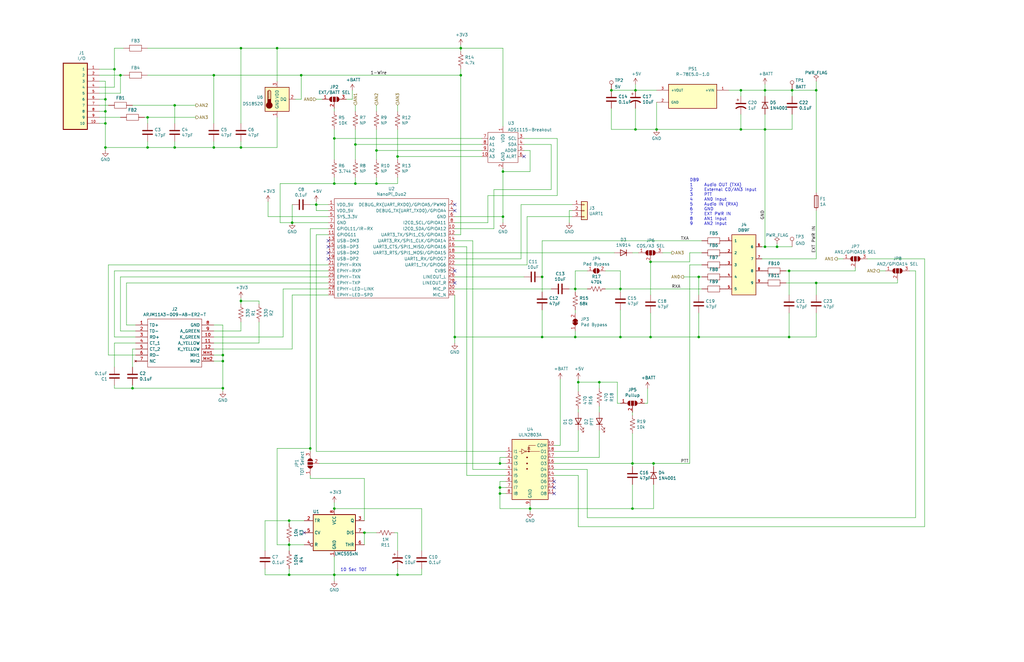
<source format=kicad_sch>
(kicad_sch (version 20211123) (generator eeschema)
  (paper "USLedger")
  (title_block (title "NanoPi Duo2 Direwolf Carrier Board") (date "2022-02-05") (rev "1.3") (company "FET Technologies") (comment 1 "v1.1 Add built-in Dallas sensor") (comment 2 "v1.2 Delete 3.3V Reg, Wire out GPIOA14/A16 to DB9") (comment 3 "v1.3 Fix C14/C20 Silkscreen. Change solder jumpers to open. Change TOT jumper to solder") (comment 4 "Change DB9 mounting holes to pated/GND. Move ETH jack outward.") (comment 5 "Move C11, D3, JP6."))
  (lib_symbols
    (symbol "Connector:TestPoint" (pin_numbers hide) (pin_names (offset 0.762) hide)
      (property "Reference" "TP" (at 0 6.858 0))
      (property "Value" "TestPoint" (at 0 5.08 0))
      (symbol "TestPoint_1_1"
        (pin passive line (at 0 0 90) (length 2.54) (name "1") (number "1"))
      )
    )
    (symbol "Connector_Generic:Conn_01x03" (pin_names (offset 1.016) hide)
      (property "Reference" "J" (at 0 5.08 0))
      (property "Value" "Conn_01x03" (at 0 -5.08 0))
      (symbol "Conn_01x03_1_1"
        (pin passive line (at -5.08 2.54 0) (length 3.81) (name "Pin_1") (number "1"))
        (pin passive line (at -5.08 0 0) (length 3.81) (name "Pin_2") (number "2"))
        (pin passive line (at -5.08 -2.54 0) (length 3.81) (name "Pin_3") (number "3"))
      )
    )
    (symbol "Device:C" (pin_numbers hide) (pin_names (offset 0.254))
      (property "Reference" "C" (at 0.635 2.54 0))
      (property "Value" "C" (at 0.635 -2.54 0))
      (symbol "C_1_1"
        (pin passive line (at 0 3.81 270) (length 2.794) (name "~") (number "1"))
        (pin passive line (at 0 -3.81 90) (length 2.794) (name "~") (number "2"))
      )
    )
    (symbol "Device:C_Polarized_US" (pin_numbers hide) (pin_names (offset 0.254) hide)
      (property "Reference" "C" (at 0.635 2.54 0))
      (property "Value" "C_Polarized_US" (at 0.635 -2.54 0))
      (symbol "C_Polarized_US_1_1"
        (pin passive line (at 0 3.81 270) (length 2.794) (name "~") (number "1"))
        (pin passive line (at 0 -3.81 90) (length 3.302) (name "~") (number "2"))
      )
    )
    (symbol "Device:Fuse" (pin_numbers hide) (pin_names (offset 0))
      (property "Reference" "F" (at 2.032 0 90))
      (property "Value" "Fuse" (at -1.905 0 90))
      (symbol "Fuse_1_1"
        (pin passive line (at 0 3.81 270) (length 1.27) (name "~") (number "1"))
        (pin passive line (at 0 -3.81 90) (length 1.27) (name "~") (number "2"))
      )
    )
    (symbol "Device:LED" (pin_numbers hide) (pin_names (offset 1.016) hide)
      (property "Reference" "D" (at 0 2.54 0))
      (property "Value" "LED" (at 0 -2.54 0))
      (symbol "LED_1_1"
        (pin passive line (at -3.81 0 0) (length 2.54) (name "K") (number "1"))
        (pin passive line (at 3.81 0 180) (length 2.54) (name "A") (number "2"))
      )
    )
    (symbol "Device:R_US" (pin_numbers hide) (pin_names (offset 0))
      (property "Reference" "R" (at 2.54 0 90))
      (property "Value" "R_US" (at -2.54 0 90))
      (symbol "R_US_1_1"
        (pin passive line (at 0 3.81 270) (length 1.27) (name "~") (number "1"))
        (pin passive line (at 0 -3.81 90) (length 1.27) (name "~") (number "2"))
      )
    )
    (symbol "Diode:1N4001" (pin_numbers hide) (pin_names (offset 1.016) hide)
      (property "Reference" "D" (at 0 2.54 0))
      (property "Value" "1N4001" (at 0 -2.54 0))
      (symbol "1N4001_1_1"
        (pin passive line (at -3.81 0 0) (length 2.54) (name "K") (number "1"))
        (pin passive line (at 3.81 0 180) (length 2.54) (name "A") (number "2"))
      )
    )
    (symbol "Diode:1N914" (pin_numbers hide) (pin_names (offset 1.016) hide)
      (property "Reference" "D" (at 0 2.54 0))
      (property "Value" "1N914" (at 0 -2.54 0))
      (symbol "1N914_1_1"
        (pin passive line (at -3.81 0 0) (length 2.54) (name "K") (number "1"))
        (pin passive line (at 3.81 0 180) (length 2.54) (name "A") (number "2"))
      )
    )
    (symbol "Jumper:SolderJumper_2_Bridged" (pin_names (offset 0) hide)
      (property "Reference" "JP" (at 0 2.032 0))
      (property "Value" "SolderJumper_2_Bridged" (at 0 -2.54 0))
      (symbol "SolderJumper_2_Bridged_1_1"
        (pin passive line (at -3.81 0 0) (length 2.54) (name "A") (number "1"))
        (pin passive line (at 3.81 0 180) (length 2.54) (name "B") (number "2"))
      )
    )
    (symbol "Jumper:SolderJumper_2_Open" (pin_names (offset 0) hide)
      (property "Reference" "JP" (at 0 2.032 0))
      (property "Value" "SolderJumper_2_Open" (at 0 -2.54 0))
      (symbol "SolderJumper_2_Open_1_1"
        (pin passive line (at -3.81 0 0) (length 2.54) (name "A") (number "1"))
        (pin passive line (at 3.81 0 180) (length 2.54) (name "B") (number "2"))
      )
    )
    (symbol "Jumper:SolderJumper_3_Open" (pin_names (offset 0) hide)
      (property "Reference" "JP" (at -2.54 -2.54 0))
      (property "Value" "SolderJumper_3_Open" (at 0 2.794 0))
      (symbol "SolderJumper_3_Open_1_1"
        (pin passive line (at -5.08 0 0) (length 2.54) (name "A") (number "1"))
        (pin input line (at 0 -3.81 90) (length 2.54) (name "C") (number "2"))
        (pin passive line (at 5.08 0 180) (length 2.54) (name "B") (number "3"))
      )
    )
    (symbol "Sensor_Temperature:DS18S20" (pin_names (offset 1.016))
      (property "Reference" "U" (at -3.81 6.35 0))
      (property "Value" "DS18S20" (at 6.35 6.35 0))
      (symbol "DS18S20_1_1"
        (pin power_in line (at 0 -7.62 90) (length 2.54) (name "GND") (number "1"))
        (pin bidirectional line (at 7.62 0 180) (length 2.54) (name "DQ") (number "2"))
        (pin power_in line (at 0 7.62 270) (length 2.54) (name "VDD") (number "3"))
      )
    )
    (symbol "Timer:LMC555xN"
      (property "Reference" "U" (at -10.16 8.89 0))
      (property "Value" "LMC555xN" (at 2.54 8.89 0))
      (symbol "LMC555xN_0_0"
        (pin power_in line (at 0 -10.16 90) (length 2.54) (name "GND") (number "1"))
        (pin power_in line (at 0 10.16 270) (length 2.54) (name "VCC") (number "8"))
      )
      (symbol "LMC555xN_1_1"
        (pin input line (at -12.7 5.08 0) (length 3.81) (name "TR") (number "2"))
        (pin output line (at 12.7 5.08 180) (length 3.81) (name "Q") (number "3"))
        (pin input inverted (at -12.7 -5.08 0) (length 3.81) (name "R") (number "4"))
        (pin input line (at -12.7 0 0) (length 3.81) (name "CV") (number "5"))
        (pin input line (at 12.7 -5.08 180) (length 3.81) (name "THR") (number "6"))
        (pin input line (at 12.7 0 180) (length 3.81) (name "DIS") (number "7"))
      )
    )
    (symbol "Transistor_Array:ULN2803A"
      (property "Reference" "U" (at 0 13.335 0))
      (property "Value" "ULN2803A" (at 0 11.43 0))
      (symbol "ULN2803A_1_1"
        (pin input line (at -10.16 5.08 0) (length 2.54) (name "I1") (number "1"))
        (pin passive line (at 10.16 7.62 180) (length 2.54) (name "COM") (number "10"))
        (pin open_collector line (at 10.16 -12.7 180) (length 2.54) (name "O8") (number "11"))
        (pin open_collector line (at 10.16 -10.16 180) (length 2.54) (name "O7") (number "12"))
        (pin open_collector line (at 10.16 -7.62 180) (length 2.54) (name "O6") (number "13"))
        (pin open_collector line (at 10.16 -5.08 180) (length 2.54) (name "O5") (number "14"))
        (pin open_collector line (at 10.16 -2.54 180) (length 2.54) (name "O4") (number "15"))
        (pin open_collector line (at 10.16 0 180) (length 2.54) (name "O3") (number "16"))
        (pin open_collector line (at 10.16 2.54 180) (length 2.54) (name "O2") (number "17"))
        (pin open_collector line (at 10.16 5.08 180) (length 2.54) (name "O1") (number "18"))
        (pin input line (at -10.16 2.54 0) (length 2.54) (name "I2") (number "2"))
        (pin input line (at -10.16 0 0) (length 2.54) (name "I3") (number "3"))
        (pin input line (at -10.16 -2.54 0) (length 2.54) (name "I4") (number "4"))
        (pin input line (at -10.16 -5.08 0) (length 2.54) (name "I5") (number "5"))
        (pin input line (at -10.16 -7.62 0) (length 2.54) (name "I6") (number "6"))
        (pin input line (at -10.16 -10.16 0) (length 2.54) (name "I7") (number "7"))
        (pin input line (at -10.16 -12.7 0) (length 2.54) (name "I8") (number "8"))
        (pin power_in line (at 0 -17.78 90) (length 2.54) (name "GND") (number "9"))
      )
    )
    (symbol "VE7FET:1-282834-0" (pin_names (offset 1.016))
      (property "Reference" "J" (at -3.81 16.5354 0))
      (property "Value" "1-282834-0" (at -5.08 -15.2654 0))
      (symbol "1-282834-0_0_0"
        (pin passive line (at -10.16 12.7 0) (length 5.08) (name "1") (number "1"))
        (pin passive line (at -10.16 -10.16 0) (length 5.08) (name "10") (number "10"))
        (pin passive line (at -10.16 10.16 0) (length 5.08) (name "2") (number "2"))
        (pin passive line (at -10.16 7.62 0) (length 5.08) (name "3") (number "3"))
        (pin passive line (at -10.16 5.08 0) (length 5.08) (name "4") (number "4"))
        (pin passive line (at -10.16 2.54 0) (length 5.08) (name "5") (number "5"))
        (pin passive line (at -10.16 0 0) (length 5.08) (name "6") (number "6"))
        (pin passive line (at -10.16 -2.54 0) (length 5.08) (name "7") (number "7"))
        (pin passive line (at -10.16 -5.08 0) (length 5.08) (name "8") (number "8"))
        (pin passive line (at -10.16 -7.62 0) (length 5.08) (name "9") (number "9"))
      )
    )
    (symbol "VE7FET:2311765-1" (pin_names (offset 1.016))
      (property "Reference" "J" (at -5.08 13.97 0))
      (property "Value" "2311765-1" (at -5.08 -15.24 0))
      (symbol "2311765-1_0_0"
        (pin passive line (at -7.62 10.16 0) (length 2.54) (name "1") (number "1"))
        (pin passive line (at -7.62 5.08 0) (length 2.54) (name "2") (number "2"))
        (pin passive line (at -7.62 0 0) (length 2.54) (name "3") (number "3"))
        (pin passive line (at -7.62 -5.08 0) (length 2.54) (name "4") (number "4"))
        (pin passive line (at -7.62 -10.16 0) (length 2.54) (name "5") (number "5"))
        (pin passive line (at 7.62 7.62 180) (length 2.54) (name "6") (number "6"))
        (pin passive line (at 7.62 2.54 180) (length 2.54) (name "7") (number "7"))
        (pin passive line (at 7.62 -2.54 180) (length 2.54) (name "8") (number "8"))
        (pin passive line (at 7.62 -7.62 180) (length 2.54) (name "9") (number "9"))
      )
    )
    (symbol "VE7FET:ADS1115-Breakout"
      (property "Reference" "U" (at 1.27 7.62 0))
      (property "Value" "ADS1115-Breakout" (at 16.51 -7.62 0))
      (symbol "ADS1115-Breakout_1_1"
        (pin power_in line (at 6.35 8.89 270) (length 2.54) (name "VDD") (number "1"))
        (pin input line (at -2.54 -3.81 0) (length 2.54) (name "A3") (number "10"))
        (pin power_in line (at 6.35 -8.89 90) (length 2.54) (name "GND") (number "2"))
        (pin input line (at 15.24 3.81 180) (length 2.54) (name "SCL") (number "3"))
        (pin bidirectional line (at 15.24 1.27 180) (length 2.54) (name "SDA") (number "4"))
        (pin passive line (at 15.24 -1.27 180) (length 2.54) (name "ADDR") (number "5"))
        (pin output line (at 15.24 -3.81 180) (length 2.54) (name "ALRT") (number "6"))
        (pin input line (at -2.54 3.81 0) (length 2.54) (name "A0") (number "7"))
        (pin input line (at -2.54 1.27 0) (length 2.54) (name "A1") (number "8"))
        (pin input line (at -2.54 -1.27 0) (length 2.54) (name "A2") (number "9"))
      )
    )
    (symbol "VE7FET:ARJM11A3-009-AB-ER2-T" (pin_names (offset 0.762))
      (property "Reference" "J" (at 29.21 7.62 0))
      (property "Value" "ARJM11A3-009-AB-ER2-T" (at 29.21 5.08 0))
      (symbol "ARJM11A3-009-AB-ER2-T_0_0"
        (pin passive line (at 0 0 0) (length 5.08) (name "TD+") (number "1"))
        (pin passive line (at 33.02 -5.08 180) (length 5.08) (name "K_GREEN") (number "10"))
        (pin passive line (at 33.02 -7.62 180) (length 5.08) (name "A_YELLOW") (number "11"))
        (pin passive line (at 33.02 -10.16 180) (length 5.08) (name "K_YELLOW") (number "12"))
        (pin passive line (at 0 -2.54 0) (length 5.08) (name "TD-") (number "2"))
        (pin passive line (at 0 -5.08 0) (length 5.08) (name "RD+") (number "3"))
        (pin passive line (at 0 -7.62 0) (length 5.08) (name "CT_1") (number "4"))
        (pin passive line (at 0 -10.16 0) (length 5.08) (name "CT_2") (number "5"))
        (pin passive line (at 0 -12.7 0) (length 5.08) (name "RD-") (number "6"))
        (pin no_connect line (at 0 -15.24 0) (length 5.08) (name "NC") (number "7"))
        (pin passive line (at 33.02 0 180) (length 5.08) (name "GND") (number "8"))
        (pin passive line (at 33.02 -2.54 180) (length 5.08) (name "A_GREEN") (number "9"))
        (pin passive line (at 33.02 -12.7 180) (length 5.08) (name "MH1") (number "MH1"))
        (pin passive line (at 33.02 -15.24 180) (length 5.08) (name "MH2") (number "MH2"))
      )
    )
    (symbol "VE7FET:MH3261-601Y" (pin_numbers hide) (pin_names (offset 0.762) hide)
      (property "Reference" "FB" (at 2.54 2.54 0))
      (symbol "MH3261-601Y_0_0"
        (pin passive line (at 0 0 0) (length 2.54) (name "1") (number "1"))
        (pin passive line (at 10.16 0 180) (length 2.54) (name "2") (number "2"))
      )
    )
    (symbol "VE7FET:NanoPi_Duo2" (pin_names (offset 1.016))
      (property "Reference" "U" (at -22.86 22.86 0))
      (property "Value" "NanoPi_Duo2" (at 0 22.86 0))
      (symbol "NanoPi_Duo2_1_1"
        (pin power_in line (at -26.67 19.05 0) (length 2.54) (name "VDD_5V") (number "1"))
        (pin passive line (at 26.67 8.89 180) (length 2.54) (name "I2C0_SDA/GPIOA12") (number "10"))
        (pin passive line (at -26.67 6.35 0) (length 2.54) (name "GPIOG11") (number "11"))
        (pin passive line (at 26.67 6.35 180) (length 2.54) (name "UART3_TX/SPI1_CS/GPIOA13") (number "12"))
        (pin passive line (at -26.67 3.81 0) (length 2.54) (name "USB-DM3") (number "13"))
        (pin passive line (at 26.67 3.81 180) (length 2.54) (name "UART3_RX/SPI1_CLK/GPIOA14") (number "14"))
        (pin passive line (at -26.67 1.27 0) (length 2.54) (name "USB-DP3") (number "15"))
        (pin passive line (at 26.67 1.27 180) (length 2.54) (name "UART3_CTS/SPI1_MISO/GPIOA16") (number "16"))
        (pin passive line (at -26.67 -1.27 0) (length 2.54) (name "USB-DM2") (number "17"))
        (pin passive line (at 26.67 -1.27 180) (length 2.54) (name "UART3_RTS/SPI1_MOSI/GPIOA15") (number "18"))
        (pin passive line (at -26.67 -3.81 0) (length 2.54) (name "USB-DP2") (number "19"))
        (pin passive line (at 26.67 19.05 180) (length 2.54) (name "DEBUG_RX(UART_RXD0)/GPIOA5/PWM0") (number "2"))
        (pin passive line (at 26.67 -3.81 180) (length 2.54) (name "UART1_RX/GPIOG7") (number "20"))
        (pin passive line (at -26.67 -6.35 0) (length 2.54) (name "EPHY-RXN") (number "21"))
        (pin passive line (at 26.67 -6.35 180) (length 2.54) (name "UART1_TX/GPIOG6") (number "22"))
        (pin passive line (at -26.67 -8.89 0) (length 2.54) (name "EPHY-RXP") (number "23"))
        (pin passive line (at 26.67 -8.89 180) (length 2.54) (name "CVBS") (number "24"))
        (pin passive line (at -26.67 -11.43 0) (length 2.54) (name "EPHY-TXN") (number "25"))
        (pin passive line (at 26.67 -11.43 180) (length 2.54) (name "LINEOUT_L") (number "26"))
        (pin passive line (at -26.67 -13.97 0) (length 2.54) (name "EPHY-TXP") (number "27"))
        (pin passive line (at 26.67 -13.97 180) (length 2.54) (name "LINEOUT_R") (number "28"))
        (pin passive line (at -26.67 -16.51 0) (length 2.54) (name "EPHY-LED-LINK") (number "29"))
        (pin power_in line (at -26.67 16.51 0) (length 2.54) (name "VDD_5V") (number "3"))
        (pin passive line (at 26.67 -16.51 180) (length 2.54) (name "MIC_P") (number "30"))
        (pin passive line (at -26.67 -19.05 0) (length 2.54) (name "EPHY-LED-SPD") (number "31"))
        (pin passive line (at 26.67 -19.05 180) (length 2.54) (name "MIC_N") (number "32"))
        (pin passive line (at 26.67 16.51 180) (length 2.54) (name "DEBUG_TX(UART_TXD0)/GPIOA4") (number "4"))
        (pin power_out line (at -26.67 13.97 0) (length 2.54) (name "SYS_3.3V") (number "5"))
        (pin passive line (at 26.67 13.97 180) (length 2.54) (name "GND") (number "6"))
        (pin passive line (at -26.67 11.43 0) (length 2.54) (name "GND") (number "7"))
        (pin passive line (at 26.67 11.43 180) (length 2.54) (name "I2C0_SCL/GPIOA11") (number "8"))
        (pin passive line (at -26.67 8.89 0) (length 2.54) (name "GPIOL11/IR-RX") (number "9"))
      )
    )
    (symbol "VE7FET:R-78E5.0-1.0" (pin_names (offset 1.016))
      (property "Reference" "VR" (at -10.16 6.35 0))
      (property "Value" "R-78E5.0-1.0" (at -10.16 -7.62 0))
      (symbol "R-78E5.0-1.0_0_0"
        (pin input line (at -15.24 2.54 0) (length 5.08) (name "+VIN") (number "1"))
        (pin power_in line (at 15.24 -2.54 180) (length 5.08) (name "GND") (number "2"))
        (pin power_out line (at 15.24 2.54 180) (length 5.08) (name "+VOUT") (number "3"))
      )
    )
    (symbol "power:+3.3V" (power) (pin_names (offset 0))
      (property "Value" "+3.3V" (at 0 3.556 0))
      (symbol "+3.3V_1_1"
        (pin power_in line (at 0 0 90) (length 0) hide (name "+3V3") (number "1"))
      )
    )
    (symbol "power:+5V" (power) (pin_names (offset 0))
      (property "Value" "+5V" (at 0 3.556 0))
      (symbol "+5V_1_1"
        (pin power_in line (at 0 0 90) (length 0) hide (name "+5V") (number "1"))
      )
    )
    (symbol "power:+BATT" (power) (pin_names (offset 0))
      (property "Value" "+BATT" (at 0 3.556 0))
      (symbol "+BATT_1_1"
        (pin power_in line (at 0 0 90) (length 0) hide (name "+BATT") (number "1"))
      )
    )
    (symbol "power:GND" (power) (pin_names (offset 0))
      (property "Value" "GND" (at 0 -3.81 0))
      (symbol "GND_1_1"
        (pin power_in line (at 0 0 270) (length 0) hide (name "GND") (number "1"))
      )
    )
    (symbol "power:PWR_FLAG" (power) (pin_numbers hide) (pin_names (offset 0) hide)
      (property "Value" "PWR_FLAG" (at 0 3.81 0))
      (symbol "PWR_FLAG_0_0"
        (pin power_out line (at 0 0 90) (length 0) (name "pwr") (number "1"))
      )
    )
  )
  (junction (at 158.75 63.5))
  (junction (at 210.82 205.74))
  (junction (at 332.74 142.24))
  (junction (at 101.6 127))
  (junction (at 294.64 116.84))
  (junction (at 50.8 31.75))
  (junction (at 252.73 161.29))
  (junction (at 44.45 41.91))
  (junction (at 101.6 62.23))
  (junction (at 210.82 195.58))
  (junction (at 140.97 242.57))
  (junction (at 167.64 242.57))
  (junction (at 312.42 38.1))
  (junction (at 212.09 72.39))
  (junction (at 101.6 20.32))
  (junction (at 322.58 38.1))
  (junction (at 223.52 214.63))
  (junction (at 210.82 208.28))
  (junction (at 158.75 77.47))
  (junction (at 344.17 38.1))
  (junction (at 332.74 114.3))
  (junction (at 267.97 54.61))
  (junction (at 322.58 104.14))
  (junction (at 121.92 229.87))
  (junction (at 274.32 110.49))
  (junction (at 121.92 219.71))
  (junction (at 127 31.75))
  (junction (at 322.58 54.61))
  (junction (at 140.97 58.42))
  (junction (at 130.81 189.23))
  (junction (at 312.42 54.61))
  (junction (at 276.86 54.61))
  (junction (at 267.97 38.1))
  (junction (at 243.84 161.29))
  (junction (at 149.86 77.47))
  (junction (at 194.31 20.32))
  (junction (at 62.23 49.53))
  (junction (at 334.01 38.1))
  (junction (at 48.26 29.21))
  (junction (at 194.31 31.75))
  (junction (at 167.64 66.04))
  (junction (at 228.6 142.24))
  (junction (at 191.77 142.24))
  (junction (at 133.35 86.36))
  (junction (at 140.97 214.63))
  (junction (at 93.98 152.4))
  (junction (at 123.19 93.98))
  (junction (at 44.45 46.99))
  (junction (at 93.98 163.83))
  (junction (at 294.64 142.24))
  (junction (at 257.81 38.1))
  (junction (at 116.84 20.32))
  (junction (at 228.6 116.84))
  (junction (at 242.57 121.92))
  (junction (at 261.62 121.92))
  (junction (at 55.88 163.83))
  (junction (at 90.17 31.75))
  (junction (at 121.92 242.57))
  (junction (at 275.59 195.58))
  (junction (at 327.66 104.14))
  (junction (at 261.62 142.24))
  (junction (at 242.57 142.24))
  (junction (at 266.7 214.63))
  (junction (at 274.32 142.24))
  (junction (at 62.23 62.23))
  (junction (at 140.97 77.47))
  (junction (at 266.7 195.58))
  (junction (at 90.17 62.23))
  (junction (at 93.98 149.86))
  (junction (at 153.67 224.79))
  (junction (at 149.86 60.96))
  (junction (at 344.17 119.38))
  (junction (at 44.45 52.07))
  (junction (at 212.09 91.44))
  (junction (at 44.45 62.23))
  (junction (at 73.66 62.23))
  (junction (at 73.66 44.45))
  (no_connect (at 128.27 224.79))
  (no_connect (at 220.98 66.04))
  (no_connect (at 191.77 86.36))
  (no_connect (at 191.77 88.9))
  (no_connect (at 138.43 106.68))
  (no_connect (at 191.77 119.38))
  (no_connect (at 233.68 203.2))
  (no_connect (at 233.68 205.74))
  (no_connect (at 233.68 208.28))
  (no_connect (at 138.43 104.14))
  (no_connect (at 138.43 101.6))
  (no_connect (at 138.43 109.22))
  (no_connect (at 191.77 114.3))
  (wire (pts (xy 294.64 132.08) (xy 294.64 142.24)))
  (wire (pts (xy 191.77 91.44) (xy 212.09 91.44)))
  (wire (pts (xy 261.62 114.3) (xy 261.62 121.92)))
  (wire (pts (xy 73.66 44.45) (xy 82.55 44.45)))
  (wire (pts (xy 191.77 96.52) (xy 208.28 96.52)))
  (wire (pts (xy 228.6 116.84) (xy 228.6 123.19)))
  (wire (pts (xy 90.17 137.16) (xy 93.98 137.16)))
  (wire (pts (xy 220.98 63.5) (xy 223.52 63.5)))
  (wire (pts (xy 242.57 139.7) (xy 242.57 142.24)))
  (wire (pts (xy 344.17 119.38) (xy 331.47 119.38)))
  (wire (pts (xy 121.92 232.41) (xy 121.92 229.87)))
  (wire (pts (xy 312.42 54.61) (xy 312.42 48.26)))
  (wire (pts (xy 48.26 142.24) (xy 57.15 142.24)))
  (wire (pts (xy 158.75 54.61) (xy 158.75 63.5)))
  (wire (pts (xy 116.84 229.87) (xy 116.84 189.23)))
  (wire (pts (xy 55.88 162.56) (xy 55.88 163.83)))
  (wire (pts (xy 234.95 58.42) (xy 234.95 82.55)))
  (wire (pts (xy 332.74 114.3) (xy 332.74 124.46)))
  (wire (pts (xy 53.34 119.38) (xy 53.34 137.16)))
  (wire (pts (xy 389.89 222.25) (xy 389.89 109.22)))
  (wire (pts (xy 53.34 137.16) (xy 57.15 137.16)))
  (wire (pts (xy 213.36 195.58) (xy 210.82 195.58)))
  (wire (pts (xy 212.09 71.12) (xy 212.09 72.39)))
  (wire (pts (xy 252.73 193.04) (xy 252.73 181.61)))
  (wire (pts (xy 133.35 86.36) (xy 130.81 86.36)))
  (wire (pts (xy 130.81 96.52) (xy 130.81 189.23)))
  (wire (pts (xy 242.57 114.3) (xy 242.57 121.92)))
  (wire (pts (xy 121.92 219.71) (xy 111.76 219.71)))
  (wire (pts (xy 233.68 193.04) (xy 252.73 193.04)))
  (wire (pts (xy 158.75 74.93) (xy 158.75 77.47)))
  (wire (pts (xy 55.88 147.32) (xy 55.88 154.94)))
  (wire (pts (xy 290.83 106.68) (xy 295.91 106.68)))
  (wire (pts (xy 344.17 109.22) (xy 344.17 88.9)))
  (wire (pts (xy 119.38 121.92) (xy 138.43 121.92)))
  (wire (pts (xy 243.84 173.99) (xy 243.84 172.72)))
  (wire (pts (xy 133.35 41.91) (xy 135.89 41.91)))
  (wire (pts (xy 44.45 46.99) (xy 44.45 52.07)))
  (wire (pts (xy 140.97 77.47) (xy 149.86 77.47)))
  (wire (pts (xy 101.6 20.32) (xy 116.84 20.32)))
  (wire (pts (xy 138.43 88.9) (xy 133.35 88.9)))
  (wire (pts (xy 334.01 38.1) (xy 322.58 38.1)))
  (wire (pts (xy 111.76 242.57) (xy 121.92 242.57)))
  (wire (pts (xy 191.77 99.06) (xy 194.31 99.06)))
  (wire (pts (xy 44.45 41.91) (xy 44.45 34.29)))
  (wire (pts (xy 212.09 93.98) (xy 212.09 91.44)))
  (wire (pts (xy 228.6 101.6) (xy 228.6 116.84)))
  (wire (pts (xy 332.74 114.3) (xy 331.47 114.3)))
  (wire (pts (xy 101.6 139.7) (xy 101.6 135.89)))
  (wire (pts (xy 267.97 54.61) (xy 276.86 54.61)))
  (wire (pts (xy 153.67 229.87) (xy 153.67 224.79)))
  (wire (pts (xy 233.68 190.5) (xy 243.84 190.5)))
  (wire (pts (xy 111.76 219.71) (xy 111.76 232.41)))
  (wire (pts (xy 295.91 101.6) (xy 228.6 101.6)))
  (wire (pts (xy 138.43 114.3) (xy 48.26 114.3)))
  (wire (pts (xy 62.23 49.53) (xy 82.55 49.53)))
  (wire (pts (xy 44.45 62.23) (xy 44.45 63.5)))
  (wire (pts (xy 90.17 31.75) (xy 127 31.75)))
  (wire (pts (xy 121.92 229.87) (xy 121.92 228.6)))
  (wire (pts (xy 191.77 121.92) (xy 232.41 121.92)))
  (wire (pts (xy 386.08 114.3) (xy 383.54 114.3)))
  (wire (pts (xy 261.62 142.24) (xy 274.32 142.24)))
  (wire (pts (xy 41.91 31.75) (xy 50.8 31.75)))
  (wire (pts (xy 121.92 229.87) (xy 116.84 229.87)))
  (wire (pts (xy 267.97 38.1) (xy 257.81 38.1)))
  (wire (pts (xy 222.25 91.44) (xy 241.3 91.44)))
  (wire (pts (xy 101.6 62.23) (xy 116.84 62.23)))
  (wire (pts (xy 208.28 80.01) (xy 232.41 80.01)))
  (wire (pts (xy 194.31 29.21) (xy 194.31 31.75)))
  (wire (pts (xy 228.6 142.24) (xy 242.57 142.24)))
  (wire (pts (xy 73.66 44.45) (xy 73.66 52.07)))
  (wire (pts (xy 294.64 142.24) (xy 274.32 142.24)))
  (wire (pts (xy 233.68 200.66) (xy 243.84 200.66)))
  (wire (pts (xy 166.37 224.79) (xy 167.64 224.79)))
  (wire (pts (xy 48.26 29.21) (xy 41.91 29.21)))
  (wire (pts (xy 266.7 214.63) (xy 275.59 214.63)))
  (wire (pts (xy 93.98 137.16) (xy 93.98 149.86)))
  (wire (pts (xy 41.91 41.91) (xy 44.45 41.91)))
  (wire (pts (xy 276.86 54.61) (xy 312.42 54.61)))
  (wire (pts (xy 41.91 36.83) (xy 48.26 36.83)))
  (wire (pts (xy 219.71 109.22) (xy 219.71 86.36)))
  (wire (pts (xy 205.74 93.98) (xy 191.77 93.98)))
  (wire (pts (xy 275.59 195.58) (xy 266.7 195.58)))
  (wire (pts (xy 128.27 219.71) (xy 121.92 219.71)))
  (wire (pts (xy 60.96 49.53) (xy 62.23 49.53)))
  (wire (pts (xy 220.98 58.42) (xy 234.95 58.42)))
  (wire (pts (xy 191.77 109.22) (xy 219.71 109.22)))
  (wire (pts (xy 138.43 119.38) (xy 53.34 119.38)))
  (wire (pts (xy 167.64 44.45) (xy 167.64 46.99)))
  (wire (pts (xy 274.32 110.49) (xy 274.32 124.46)))
  (wire (pts (xy 121.92 240.03) (xy 121.92 242.57)))
  (wire (pts (xy 332.74 142.24) (xy 344.17 142.24)))
  (wire (pts (xy 228.6 142.24) (xy 191.77 142.24)))
  (wire (pts (xy 210.82 205.74) (xy 213.36 205.74)))
  (wire (pts (xy 234.95 82.55) (xy 205.74 82.55)))
  (wire (pts (xy 242.57 121.92) (xy 247.65 121.92)))
  (wire (pts (xy 242.57 132.08) (xy 242.57 130.81)))
  (wire (pts (xy 140.97 214.63) (xy 177.8 214.63)))
  (wire (pts (xy 149.86 60.96) (xy 203.2 60.96)))
  (wire (pts (xy 240.03 121.92) (xy 242.57 121.92)))
  (wire (pts (xy 113.03 91.44) (xy 113.03 85.09)))
  (wire (pts (xy 101.6 127) (xy 109.22 127)))
  (wire (pts (xy 191.77 116.84) (xy 220.98 116.84)))
  (wire (pts (xy 167.64 242.57) (xy 177.8 242.57)))
  (wire (pts (xy 243.84 200.66) (xy 243.84 222.25)))
  (wire (pts (xy 191.77 124.46) (xy 191.77 142.24)))
  (wire (pts (xy 41.91 44.45) (xy 45.72 44.45)))
  (wire (pts (xy 191.77 111.76) (xy 222.25 111.76)))
  (wire (pts (xy 212.09 72.39) (xy 212.09 91.44)))
  (wire (pts (xy 177.8 242.57) (xy 177.8 240.03)))
  (wire (pts (xy 121.92 242.57) (xy 140.97 242.57)))
  (wire (pts (xy 167.64 240.03) (xy 167.64 242.57)))
  (wire (pts (xy 266.7 173.99) (xy 266.7 175.26)))
  (wire (pts (xy 210.82 205.74) (xy 210.82 208.28)))
  (wire (pts (xy 90.17 62.23) (xy 101.6 62.23)))
  (wire (pts (xy 267.97 35.56) (xy 267.97 38.1)))
  (wire (pts (xy 50.8 31.75) (xy 52.07 31.75)))
  (wire (pts (xy 260.35 170.18) (xy 261.62 170.18)))
  (wire (pts (xy 312.42 38.1) (xy 307.34 38.1)))
  (wire (pts (xy 271.78 170.18) (xy 273.05 170.18)))
  (wire (pts (xy 41.91 39.37) (xy 50.8 39.37)))
  (wire (pts (xy 55.88 163.83) (xy 48.26 163.83)))
  (wire (pts (xy 140.97 245.11) (xy 140.97 242.57)))
  (wire (pts (xy 167.64 74.93) (xy 167.64 77.47)))
  (wire (pts (xy 50.8 116.84) (xy 50.8 139.7)))
  (wire (pts (xy 55.88 163.83) (xy 93.98 163.83)))
  (wire (pts (xy 210.82 208.28) (xy 210.82 214.63)))
  (wire (pts (xy 118.11 93.98) (xy 118.11 77.47)))
  (wire (pts (xy 116.84 20.32) (xy 116.84 34.29)))
  (wire (pts (xy 261.62 123.19) (xy 261.62 121.92)))
  (wire (pts (xy 257.81 54.61) (xy 257.81 45.72)))
  (wire (pts (xy 267.97 45.72) (xy 267.97 54.61)))
  (wire (pts (xy 261.62 130.81) (xy 261.62 142.24)))
  (wire (pts (xy 44.45 52.07) (xy 44.45 62.23)))
  (wire (pts (xy 322.58 104.14) (xy 327.66 104.14)))
  (wire (pts (xy 275.59 196.85) (xy 275.59 195.58)))
  (wire (pts (xy 223.52 72.39) (xy 212.09 72.39)))
  (wire (pts (xy 210.82 208.28) (xy 213.36 208.28)))
  (wire (pts (xy 130.81 201.93) (xy 153.67 201.93)))
  (wire (pts (xy 210.82 214.63) (xy 223.52 214.63)))
  (wire (pts (xy 223.52 214.63) (xy 266.7 214.63)))
  (wire (pts (xy 118.11 77.47) (xy 140.97 77.47)))
  (wire (pts (xy 194.31 20.32) (xy 212.09 20.32)))
  (wire (pts (xy 62.23 62.23) (xy 44.45 62.23)))
  (wire (pts (xy 255.27 114.3) (xy 261.62 114.3)))
  (wire (pts (xy 101.6 125.73) (xy 101.6 127)))
  (wire (pts (xy 247.65 198.12) (xy 247.65 218.44)))
  (wire (pts (xy 266.7 196.85) (xy 266.7 195.58)))
  (wire (pts (xy 101.6 20.32) (xy 101.6 52.07)))
  (wire (pts (xy 223.52 63.5) (xy 223.52 72.39)))
  (wire (pts (xy 247.65 114.3) (xy 242.57 114.3)))
  (wire (pts (xy 243.84 222.25) (xy 389.89 222.25)))
  (wire (pts (xy 127 41.91) (xy 127 31.75)))
  (wire (pts (xy 233.68 195.58) (xy 266.7 195.58)))
  (wire (pts (xy 275.59 195.58) (xy 290.83 195.58)))
  (wire (pts (xy 109.22 144.78) (xy 109.22 135.89)))
  (wire (pts (xy 133.35 88.9) (xy 133.35 86.36)))
  (wire (pts (xy 288.29 116.84) (xy 294.64 116.84)))
  (wire (pts (xy 194.31 20.32) (xy 194.31 21.59)))
  (wire (pts (xy 344.17 119.38) (xy 378.46 119.38)))
  (wire (pts (xy 196.85 104.14) (xy 196.85 200.66)))
  (wire (pts (xy 44.45 46.99) (xy 44.45 41.91)))
  (wire (pts (xy 332.74 142.24) (xy 332.74 132.08)))
  (wire (pts (xy 210.82 203.2) (xy 210.82 205.74)))
  (wire (pts (xy 62.23 49.53) (xy 62.23 52.07)))
  (wire (pts (xy 344.17 142.24) (xy 344.17 132.08)))
  (wire (pts (xy 48.26 114.3) (xy 48.26 142.24)))
  (wire (pts (xy 158.75 44.45) (xy 158.75 46.99)))
  (wire (pts (xy 290.83 111.76) (xy 290.83 195.58)))
  (wire (pts (xy 109.22 127) (xy 109.22 128.27)))
  (wire (pts (xy 116.84 62.23) (xy 116.84 49.53)))
  (wire (pts (xy 140.97 58.42) (xy 140.97 67.31)))
  (wire (pts (xy 90.17 152.4) (xy 93.98 152.4)))
  (wire (pts (xy 279.4 106.68) (xy 283.21 106.68)))
  (wire (pts (xy 116.84 20.32) (xy 194.31 20.32)))
  (wire (pts (xy 233.68 187.96) (xy 236.22 187.96)))
  (wire (pts (xy 116.84 189.23) (xy 130.81 189.23)))
  (wire (pts (xy 48.26 163.83) (xy 48.26 162.56)))
  (wire (pts (xy 44.45 34.29) (xy 41.91 34.29)))
  (wire (pts (xy 252.73 161.29) (xy 252.73 163.83)))
  (wire (pts (xy 48.26 144.78) (xy 48.26 154.94)))
  (wire (pts (xy 360.68 114.3) (xy 360.68 113.03)))
  (wire (pts (xy 90.17 142.24) (xy 119.38 142.24)))
  (wire (pts (xy 41.91 46.99) (xy 44.45 46.99)))
  (wire (pts (xy 140.97 54.61) (xy 140.97 58.42)))
  (wire (pts (xy 48.26 36.83) (xy 48.26 29.21)))
  (wire (pts (xy 321.31 104.14) (xy 322.58 104.14)))
  (wire (pts (xy 240.03 88.9) (xy 240.03 93.98)))
  (wire (pts (xy 167.64 242.57) (xy 140.97 242.57)))
  (wire (pts (xy 295.91 121.92) (xy 261.62 121.92)))
  (wire (pts (xy 123.19 147.32) (xy 123.19 124.46)))
  (wire (pts (xy 205.74 82.55) (xy 205.74 93.98)))
  (wire (pts (xy 167.64 77.47) (xy 158.75 77.47)))
  (wire (pts (xy 252.73 161.29) (xy 260.35 161.29)))
  (wire (pts (xy 191.77 106.68) (xy 259.08 106.68)))
  (wire (pts (xy 276.86 38.1) (xy 267.97 38.1)))
  (wire (pts (xy 290.83 106.68) (xy 290.83 110.49)))
  (wire (pts (xy 119.38 142.24) (xy 119.38 121.92)))
  (wire (pts (xy 140.97 45.72) (xy 140.97 46.99)))
  (wire (pts (xy 127 31.75) (xy 194.31 31.75)))
  (wire (pts (xy 273.05 170.18) (xy 273.05 163.83)))
  (wire (pts (xy 138.43 93.98) (xy 123.19 93.98)))
  (wire (pts (xy 191.77 142.24) (xy 191.77 144.78)))
  (wire (pts (xy 73.66 62.23) (xy 90.17 62.23)))
  (wire (pts (xy 167.64 66.04) (xy 167.64 67.31)))
  (wire (pts (xy 203.2 63.5) (xy 158.75 63.5)))
  (wire (pts (xy 153.67 224.79) (xy 158.75 224.79)))
  (wire (pts (xy 334.01 38.1) (xy 344.17 38.1)))
  (wire (pts (xy 233.68 198.12) (xy 247.65 198.12)))
  (wire (pts (xy 62.23 31.75) (xy 90.17 31.75)))
  (wire (pts (xy 241.3 88.9) (xy 240.03 88.9)))
  (wire (pts (xy 44.45 52.07) (xy 41.91 52.07)))
  (wire (pts (xy 124.46 41.91) (xy 127 41.91)))
  (wire (pts (xy 130.81 200.66) (xy 130.81 201.93)))
  (wire (pts (xy 243.84 161.29) (xy 243.84 165.1)))
  (wire (pts (xy 93.98 152.4) (xy 93.98 163.83)))
  (wire (pts (xy 140.97 212.09) (xy 140.97 214.63)))
  (wire (pts (xy 90.17 149.86) (xy 93.98 149.86)))
  (wire (pts (xy 177.8 214.63) (xy 177.8 232.41)))
  (wire (pts (xy 57.15 144.78) (xy 48.26 144.78)))
  (wire (pts (xy 138.43 86.36) (xy 133.35 86.36)))
  (wire (pts (xy 62.23 62.23) (xy 73.66 62.23)))
  (wire (pts (xy 140.97 77.47) (xy 140.97 74.93)))
  (wire (pts (xy 134.62 195.58) (xy 210.82 195.58)))
  (wire (pts (xy 133.35 86.36) (xy 133.35 85.09)))
  (wire (pts (xy 149.86 60.96) (xy 149.86 67.31)))
  (wire (pts (xy 101.6 62.23) (xy 101.6 59.69)))
  (wire (pts (xy 236.22 187.96) (xy 236.22 160.02)))
  (wire (pts (xy 261.62 121.92) (xy 255.27 121.92)))
  (wire (pts (xy 228.6 130.81) (xy 228.6 142.24)))
  (wire (pts (xy 149.86 74.93) (xy 149.86 77.47)))
  (wire (pts (xy 167.64 66.04) (xy 203.2 66.04)))
  (wire (pts (xy 327.66 104.14) (xy 327.66 102.87)))
  (wire (pts (xy 322.58 54.61) (xy 334.01 54.61)))
  (wire (pts (xy 167.64 54.61) (xy 167.64 66.04)))
  (wire (pts (xy 62.23 59.69) (xy 62.23 62.23)))
  (wire (pts (xy 322.58 104.14) (xy 322.58 54.61)))
  (wire (pts (xy 322.58 54.61) (xy 312.42 54.61)))
  (wire (pts (xy 219.71 86.36) (xy 241.3 86.36)))
  (wire (pts (xy 123.19 124.46) (xy 138.43 124.46)))
  (wire (pts (xy 344.17 81.28) (xy 344.17 38.1)))
  (wire (pts (xy 275.59 214.63) (xy 275.59 204.47)))
  (wire (pts (xy 212.09 20.32) (xy 212.09 53.34)))
  (wire (pts (xy 208.28 96.52) (xy 208.28 80.01)))
  (wire (pts (xy 252.73 173.99) (xy 252.73 171.45)))
  (wire (pts (xy 223.52 214.63) (xy 223.52 215.9)))
  (wire (pts (xy 220.98 60.96) (xy 232.41 60.96)))
  (wire (pts (xy 93.98 163.83) (xy 93.98 165.1)))
  (wire (pts (xy 111.76 240.03) (xy 111.76 242.57)))
  (wire (pts (xy 50.8 39.37) (xy 50.8 31.75)))
  (wire (pts (xy 322.58 48.26) (xy 322.58 54.61)))
  (wire (pts (xy 138.43 111.76) (xy 45.72 111.76)))
  (wire (pts (xy 213.36 190.5) (xy 133.35 190.5)))
  (wire (pts (xy 90.17 31.75) (xy 90.17 52.07)))
  (wire (pts (xy 322.58 38.1) (xy 312.42 38.1)))
  (wire (pts (xy 158.75 63.5) (xy 158.75 67.31)))
  (wire (pts (xy 41.91 49.53) (xy 50.8 49.53)))
  (wire (pts (xy 274.32 142.24) (xy 274.32 132.08)))
  (wire (pts (xy 149.86 44.45) (xy 149.86 46.99)))
  (wire (pts (xy 222.25 111.76) (xy 222.25 91.44)))
  (wire (pts (xy 133.35 99.06) (xy 133.35 190.5)))
  (wire (pts (xy 266.7 214.63) (xy 266.7 204.47)))
  (wire (pts (xy 73.66 62.23) (xy 73.66 59.69)))
  (wire (pts (xy 199.39 198.12) (xy 213.36 198.12)))
  (wire (pts (xy 50.8 139.7) (xy 57.15 139.7)))
  (wire (pts (xy 327.66 104.14) (xy 334.01 104.14)))
  (wire (pts (xy 247.65 218.44) (xy 386.08 218.44)))
  (wire (pts (xy 223.52 213.36) (xy 223.52 214.63)))
  (wire (pts (xy 332.74 114.3) (xy 360.68 114.3)))
  (wire (pts (xy 232.41 80.01) (xy 232.41 60.96)))
  (wire (pts (xy 90.17 147.32) (xy 123.19 147.32)))
  (wire (pts (xy 90.17 139.7) (xy 101.6 139.7)))
  (wire (pts (xy 90.17 62.23) (xy 90.17 59.69)))
  (wire (pts (xy 123.19 93.98) (xy 123.19 86.36)))
  (wire (pts (xy 370.84 114.3) (xy 373.38 114.3)))
  (wire (pts (xy 266.7 106.68) (xy 269.24 106.68)))
  (wire (pts (xy 48.26 20.32) (xy 48.26 29.21)))
  (wire (pts (xy 191.77 101.6) (xy 199.39 101.6)))
  (wire (pts (xy 213.36 203.2) (xy 210.82 203.2)))
  (wire (pts (xy 389.89 109.22) (xy 365.76 109.22)))
  (wire (pts (xy 140.97 242.57) (xy 140.97 234.95)))
  (wire (pts (xy 266.7 195.58) (xy 266.7 182.88)))
  (wire (pts (xy 276.86 43.18) (xy 276.86 54.61)))
  (wire (pts (xy 290.83 111.76) (xy 295.91 111.76)))
  (wire (pts (xy 312.42 40.64) (xy 312.42 38.1)))
  (wire (pts (xy 148.59 41.91) (xy 148.59 38.1)))
  (wire (pts (xy 90.17 144.78) (xy 109.22 144.78)))
  (wire (pts (xy 101.6 127) (xy 101.6 128.27)))
  (wire (pts (xy 191.77 104.14) (xy 196.85 104.14)))
  (wire (pts (xy 210.82 193.04) (xy 210.82 195.58)))
  (wire (pts (xy 294.64 116.84) (xy 294.64 124.46)))
  (wire (pts (xy 167.64 224.79) (xy 167.64 232.41)))
  (wire (pts (xy 48.26 20.32) (xy 52.07 20.32)))
  (wire (pts (xy 378.46 119.38) (xy 378.46 118.11)))
  (wire (pts (xy 45.72 111.76) (xy 45.72 149.86)))
  (wire (pts (xy 294.64 116.84) (xy 295.91 116.84)))
  (wire (pts (xy 138.43 116.84) (xy 50.8 116.84)))
  (wire (pts (xy 353.06 109.22) (xy 355.6 109.22)))
  (wire (pts (xy 322.58 40.64) (xy 322.58 38.1)))
  (wire (pts (xy 138.43 99.06) (xy 133.35 99.06)))
  (wire (pts (xy 242.57 121.92) (xy 242.57 123.19)))
  (wire (pts (xy 322.58 38.1) (xy 322.58 35.56)))
  (wire (pts (xy 344.17 34.29) (xy 344.17 38.1)))
  (wire (pts (xy 149.86 54.61) (xy 149.86 60.96)))
  (wire (pts (xy 344.17 119.38) (xy 344.17 124.46)))
  (wire (pts (xy 199.39 101.6) (xy 199.39 198.12)))
  (wire (pts (xy 158.75 77.47) (xy 149.86 77.47)))
  (wire (pts (xy 243.84 160.02) (xy 243.84 161.29)))
  (wire (pts (xy 194.31 31.75) (xy 194.31 99.06)))
  (wire (pts (xy 57.15 147.32) (xy 55.88 147.32)))
  (wire (pts (xy 93.98 149.86) (xy 93.98 152.4)))
  (wire (pts (xy 138.43 96.52) (xy 130.81 96.52)))
  (wire (pts (xy 260.35 161.29) (xy 260.35 170.18)))
  (wire (pts (xy 138.43 91.44) (xy 113.03 91.44)))
  (wire (pts (xy 321.31 109.22) (xy 344.17 109.22)))
  (wire (pts (xy 242.57 142.24) (xy 261.62 142.24)))
  (wire (pts (xy 294.64 142.24) (xy 332.74 142.24)))
  (wire (pts (xy 267.97 54.61) (xy 257.81 54.61)))
  (wire (pts (xy 334.01 40.64) (xy 334.01 38.1)))
  (wire (pts (xy 213.36 193.04) (xy 210.82 193.04)))
  (wire (pts (xy 194.31 20.32) (xy 194.31 19.05)))
  (wire (pts (xy 243.84 161.29) (xy 252.73 161.29)))
  (wire (pts (xy 334.01 54.61) (xy 334.01 48.26)))
  (wire (pts (xy 45.72 149.86) (xy 57.15 149.86)))
  (wire (pts (xy 128.27 229.87) (xy 121.92 229.87)))
  (wire (pts (xy 62.23 20.32) (xy 101.6 20.32)))
  (wire (pts (xy 55.88 44.45) (xy 73.66 44.45)))
  (wire (pts (xy 123.19 93.98) (xy 118.11 93.98)))
  (wire (pts (xy 386.08 218.44) (xy 386.08 114.3)))
  (wire (pts (xy 153.67 201.93) (xy 153.67 219.71)))
  (wire (pts (xy 290.83 110.49) (xy 274.32 110.49)))
  (wire (pts (xy 130.81 189.23) (xy 130.81 190.5)))
  (wire (pts (xy 243.84 190.5) (xy 243.84 181.61)))
  (wire (pts (xy 196.85 200.66) (xy 213.36 200.66)))
  (wire (pts (xy 140.97 58.42) (xy 203.2 58.42)))
  (wire (pts (xy 146.05 41.91) (xy 148.59 41.91)))
  (wire (pts (xy 121.92 220.98) (xy 121.92 219.71)))
  (text "10 Sec TOT" (at 143.51 241.3 0) (effects (font (size 1.27 1.27)) (justify left bottom)))
  (text "DB9\n1     Audio OUT (TXA)\n2     External CD/AN3 Input\n3     PTT\n4     AN0 Input\n5     Audio IN (RXA)\n6     GND\n7     EXT PWR IN\n8     AN1 Input\n9     AN2 Input" (at 290.83 95.25 0) (effects (font (size 1.27 1.27)) (justify left bottom)))
  (label "1-Wire" (at 156.21 31.75 0))
  (label "TXA" (at 287.02 101.6 0))
  (label "RXA" (at 283.21 121.92 0))
  (label "PTT" (at 287.02 195.58 0))
  (label "GND" (at 322.58 92.71 90))
  (label "EXT PWR IN" (at 344.17 106.68 90))
  (hierarchical_label "AN0" (shape input) (at 133.35 41.91 180))
  (hierarchical_label "AN2" (shape output) (at 370.84 114.3 180))
  (hierarchical_label "AN1" (shape input) (at 149.86 44.45 90))
  (hierarchical_label "AN3" (shape output) (at 82.55 49.53 0))
  (hierarchical_label "AN2" (shape output) (at 82.55 44.45 0))
  (hierarchical_label "AN0" (shape output) (at 288.29 116.84 180))
  (hierarchical_label "AN1" (shape output) (at 353.06 109.22 180))
  (hierarchical_label "AN3" (shape output) (at 283.21 106.68 0))
  (hierarchical_label "AN2" (shape input) (at 158.75 44.45 90))
  (hierarchical_label "AN3" (shape input) (at 167.64 44.45 90))
  (symbol (lib_id "VE7FET:NanoPi_Duo2") (at 165.1 105.41 0) (unit 1)
    (property "Reference" "U2" (at 165.1 79.629 0))
    (property "Value" "NanoPi_Duo2" (at 165.1 81.9404 0))
    (property "Footprint" "VE7FET:NanoPi_Duo2_Foot" (effects hide))
    (property "Datasheet" "https://wiki.friendlyarm.com/wiki/index.php/NanoPi_Duo2" (effects hide))
  )
  (symbol (lib_id "VE7FET:R-78E5.0-1.0") (at 292.1 40.64 0) (mirror y) (unit 1)
    (property "Reference" "PS1" (at 292.1 29.0322 0))
    (property "Value" "R-78E5.0-1.0" (at 292.1 31.3436 0))
    (property "Footprint" "VE7FET:CONV_R-78E5.0-1.0" (effects hide))
    (property "Datasheet" "https://www.mouser.ca/datasheet/2/468/R_78E_1_0-1711201.pdf" (effects hide))
    (property "MANUFACTURER" "RECOM" (effects hide))
    (property "MAXIMUM_PACKAGE_HEIGHT" "10.40mm" (effects hide))
    (property "Mouser Part Number" "919-R-78E5.0-1.0" (effects hide))
  )
  (symbol (lib_id "VE7FET:2311765-1") (at 313.69 111.76 0) (unit 1)
    (property "Reference" "J4" (at 313.69 94.8182 0))
    (property "Value" "DB9F" (at 313.69 97.1296 0))
    (property "Footprint" "VE7FET:TE_2311765-1" (effects hide))
    (property "Datasheet" "https://www.mouser.ca/datasheet/2/418/7/ENG_CD_2311765_D-2072985.pdf" (effects hide))
    (property "Comment" "2311765-1 Remember to change mounting holes to Through Hole and Ground, if desired" (effects hide))
    (property "Mouser Part Number" "571-2311765-1" (effects hide))
  )
  (symbol (lib_id "Diode:1N914") (at 262.89 106.68 0) (mirror y) (unit 1)
    (property "Reference" "D3" (at 262.89 101.1682 0))
    (property "Value" "1N914" (at 262.89 103.4796 0))
    (property "Footprint" "Diode_THT:D_DO-35_SOD27_P7.62mm_Horizontal" (effects hide))
    (property "Datasheet" "http://www.vishay.com/docs/85622/1n914.pdf" (effects hide))
    (property "Mouser Part Number" "512-1N914TR" (effects hide))
  )
  (symbol (lib_id "Device:Fuse") (at 344.17 85.09 0) (unit 1)
    (property "Reference" "F1" (at 345.694 83.9216 0) (effects (justify left)))
    (property "Value" "1A" (at 345.694 86.233 0) (effects (justify left)))
    (property "Footprint" "Resistor_THT:R_Axial_DIN0207_L6.3mm_D2.5mm_P10.16mm_Horizontal" (effects hide))
    (property "Mouser Part Number" "576-0251001.NRT1L" (effects hide))
  )
  (symbol (lib_id "power:GND") (at 276.86 54.61 0) (unit 1)
    (property "Reference" "#PWR018" (effects hide))
    (property "Value" "GND" (at 276.86 58.42 0))
  )
  (symbol (lib_id "Device:C_Polarized_US") (at 312.42 44.45 0) (unit 1)
    (property "Reference" "C20" (at 315.341 43.2816 0) (effects (justify left)))
    (property "Value" "1uF" (at 315.341 45.593 0) (effects (justify left)))
    (property "Footprint" "Capacitor_THT:CP_Radial_D5.0mm_P2.00mm" (effects hide))
    (property "Mouser Part Number" "80-ESC105M050AC3AA" (effects hide))
  )
  (symbol (lib_id "Diode:1N4001") (at 322.58 44.45 270) (unit 1)
    (property "Reference" "D5" (at 324.612 43.2816 90) (effects (justify left)))
    (property "Value" "1N4001" (at 324.612 45.593 90) (effects (justify left)))
    (property "Footprint" "Diode_THT:D_DO-41_SOD81_P10.16mm_Horizontal" (effects hide))
    (property "Datasheet" "http://www.vishay.com/docs/88503/1n4001.pdf" (effects hide))
    (property "Mouser Part Number" "750-1N4001T-G" (effects hide))
  )
  (symbol (lib_id "Device:C_Polarized_US") (at 267.97 41.91 0) (unit 1)
    (property "Reference" "C17" (at 270.891 40.7416 0) (effects (justify left)))
    (property "Value" "10uF" (at 270.891 43.053 0) (effects (justify left)))
    (property "Footprint" "Capacitor_THT:CP_Radial_D4.0mm_P1.50mm" (effects hide))
    (property "Mouser Part Number" "80-ESY106M035AB2AA" (effects hide))
  )
  (symbol (lib_id "power:+5V") (at 267.97 35.56 0) (unit 1)
    (property "Reference" "#PWR016" (effects hide))
    (property "Value" "+5V" (at 268.351 31.1658 0))
  )
  (symbol (lib_id "power:+BATT") (at 322.58 35.56 0) (unit 1)
    (property "Reference" "#PWR019" (effects hide))
    (property "Value" "+BATT" (at 322.961 31.1658 0))
  )
  (symbol (lib_id "power:+5V") (at 133.35 85.09 0) (unit 1)
    (property "Reference" "#PWR05" (effects hide))
    (property "Value" "+5V" (at 133.731 80.6958 0))
  )
  (symbol (lib_id "power:GND") (at 123.19 93.98 0) (unit 1)
    (property "Reference" "#PWR04" (effects hide))
    (property "Value" "GND" (at 123.19 97.79 0))
  )
  (symbol (lib_id "Device:LED") (at 243.84 177.8 90) (unit 1)
    (property "Reference" "D1" (at 238.3282 177.9778 0))
    (property "Value" "CD" (at 240.6396 177.9778 0))
    (property "Footprint" "LED_THT:LED_D5.0mm_Horizontal_O1.27mm_Z3.0mm" (effects hide))
  )
  (symbol (lib_id "power:GND") (at 212.09 93.98 0) (unit 1)
    (property "Reference" "#PWR011" (effects hide))
    (property "Value" "GND" (at 212.09 97.79 0))
  )
  (symbol (lib_id "power:GND") (at 191.77 144.78 0) (unit 1)
    (property "Reference" "#PWR09" (effects hide))
    (property "Value" "GND" (at 191.77 148.59 0))
  )
  (symbol (lib_id "Device:C") (at 261.62 127 0) (unit 1)
    (property "Reference" "C15" (at 264.541 125.8316 0) (effects (justify left)))
    (property "Value" "47pF" (at 264.541 128.143 0) (effects (justify left)))
    (property "Footprint" "Capacitor_THT:C_Disc_D5.0mm_W2.5mm_P5.00mm" (effects hide))
    (property "Mouser Part Number" "594-K470J15C0GF5TH5" (effects hide))
  )
  (symbol (lib_id "Device:R_US") (at 251.46 121.92 270) (unit 1)
    (property "Reference" "R17" (at 251.46 116.713 90))
    (property "Value" "470k" (at 251.46 119.0244 90))
    (property "Footprint" "Resistor_THT:R_Axial_DIN0207_L6.3mm_D2.5mm_P7.62mm_Horizontal" (effects hide))
    (property "Mouser Part Number" "603-MFR-25FRF52-470K" (effects hide))
  )
  (symbol (lib_id "Device:R_US") (at 242.57 127 180) (unit 1)
    (property "Reference" "R15" (at 244.2972 125.8316 0) (effects (justify right)))
    (property "Value" "68k" (at 244.2972 128.143 0) (effects (justify right)))
    (property "Footprint" "Resistor_THT:R_Axial_DIN0207_L6.3mm_D2.5mm_P7.62mm_Horizontal" (effects hide))
    (property "Mouser Part Number" "603-MFR-25FTF52-68K" (effects hide))
  )
  (symbol (lib_id "Device:C") (at 236.22 121.92 270) (unit 1)
    (property "Reference" "C13" (at 236.22 115.5192 90))
    (property "Value" "10uF" (at 236.22 117.8306 90))
    (property "Footprint" "Capacitor_THT:CP_Radial_D4.0mm_P1.50mm" (effects hide))
    (property "Mouser Part Number" "647-UVP1V100MDD1TD" (effects hide))
  )
  (symbol (lib_id "Transistor_Array:ULN2803A") (at 223.52 195.58 0) (unit 1)
    (property "Reference" "U4" (at 223.52 181.1782 0))
    (property "Value" "ULN2803A" (at 223.52 183.4896 0))
    (property "Footprint" "Package_DIP:DIP-18_W7.62mm" (effects hide))
    (property "Datasheet" "http://www.ti.com/lit/ds/symlink/uln2803a.pdf" (effects hide))
    (property "Mouser Part Number" "511-ULN2803A" (effects hide))
  )
  (symbol (lib_id "Timer:LMC555xN") (at 140.97 224.79 0) (unit 1)
    (property "Reference" "U1" (at 133.35 215.9 0))
    (property "Value" "LMC555xN" (at 146.05 233.68 0))
    (property "Footprint" "Package_DIP:DIP-8_W7.62mm" (effects hide))
    (property "Datasheet" "http://www.ti.com/lit/ds/symlink/lmc555.pdf" (effects hide))
    (property "Mouser Part Number" "926-LMC555CN/NOPB" (effects hide))
  )
  (symbol (lib_id "power:+3.3V") (at 140.97 212.09 0) (unit 1)
    (property "Reference" "#PWR06" (effects hide))
    (property "Value" "+3.3V" (at 141.351 207.6958 0))
  )
  (symbol (lib_id "power:GND") (at 140.97 245.11 0) (unit 1)
    (property "Reference" "#PWR07" (effects hide))
    (property "Value" "GND" (at 140.97 248.92 0))
  )
  (symbol (lib_id "Device:R_US") (at 162.56 224.79 90) (unit 1)
    (property "Reference" "R11" (at 162.56 229.997 90))
    (property "Value" "1M" (at 162.56 227.6856 90))
    (property "Footprint" "Resistor_THT:R_Axial_DIN0207_L6.3mm_D2.5mm_P7.62mm_Horizontal" (effects hide))
    (property "Mouser Part Number" "603-MFR-25FTE52-1M" (effects hide))
  )
  (symbol (lib_id "Device:C_Polarized_US") (at 167.64 236.22 0) (unit 1)
    (property "Reference" "C9" (at 170.561 235.0516 0) (effects (justify left)))
    (property "Value" "10uF" (at 170.561 237.363 0) (effects (justify left)))
    (property "Footprint" "Capacitor_THT:CP_Radial_D4.0mm_P1.50mm" (effects hide))
    (property "Mouser Part Number" "80-ESY106M035AB2AA" (effects hide))
  )
  (symbol (lib_id "Device:C") (at 224.79 116.84 270) (unit 1)
    (property "Reference" "C11" (at 224.79 110.4392 90))
    (property "Value" "10uF" (at 224.79 112.7506 90))
    (property "Footprint" "Capacitor_THT:CP_Radial_D4.0mm_P1.50mm" (effects hide))
    (property "Mouser Part Number" "647-UVP1V100MDD1TD" (effects hide))
  )
  (symbol (lib_id "Device:C") (at 228.6 127 0) (unit 1)
    (property "Reference" "C12" (at 231.521 125.8316 0) (effects (justify left)))
    (property "Value" "47pF" (at 231.521 128.143 0) (effects (justify left)))
    (property "Footprint" "Capacitor_THT:C_Disc_D5.0mm_W2.5mm_P5.00mm" (effects hide))
    (property "Mouser Part Number" "594-K470J15C0GF5TH5" (effects hide))
  )
  (symbol (lib_id "Device:R_US") (at 243.84 168.91 180) (unit 1)
    (property "Reference" "R16" (at 249.047 168.91 90))
    (property "Value" "470" (at 246.7356 168.91 90))
    (property "Footprint" "Resistor_THT:R_Axial_DIN0207_L6.3mm_D2.5mm_P7.62mm_Horizontal" (effects hide))
    (property "Mouser Part Number" "603-MFR-25FTE52-470R" (effects hide))
  )
  (symbol (lib_id "Device:C") (at 177.8 236.22 0) (unit 1)
    (property "Reference" "C10" (at 180.721 235.0516 0) (effects (justify left)))
    (property "Value" "0.1uF" (at 180.721 237.363 0) (effects (justify left)))
    (property "Footprint" "Capacitor_THT:C_Disc_D4.3mm_W1.9mm_P5.00mm" (effects hide))
    (property "Mouser Part Number" "594-K104K15X7RF5UH5" (effects hide))
  )
  (symbol (lib_id "power:GND") (at 223.52 215.9 0) (unit 1)
    (property "Reference" "#PWR012" (effects hide))
    (property "Value" "GND" (at 223.52 219.71 0))
  )
  (symbol (lib_id "Device:C") (at 111.76 236.22 0) (unit 1)
    (property "Reference" "C7" (at 114.681 235.0516 0) (effects (justify left)))
    (property "Value" "0.1uF" (at 114.681 237.363 0) (effects (justify left)))
    (property "Footprint" "Capacitor_THT:C_Disc_D4.3mm_W1.9mm_P5.00mm" (effects hide))
    (property "Mouser Part Number" "594-K104K15X7RF5UH5" (effects hide))
  )
  (symbol (lib_id "Device:R_US") (at 121.92 224.79 180) (unit 1)
    (property "Reference" "R3" (at 127.127 224.79 90))
    (property "Value" "10k" (at 124.8156 224.79 90))
    (property "Footprint" "Resistor_THT:R_Axial_DIN0207_L6.3mm_D2.5mm_P7.62mm_Horizontal" (effects hide))
    (property "Mouser Part Number" "603-MFR-25FBF52-10K" (effects hide))
  )
  (symbol (lib_id "Device:LED") (at 252.73 177.8 90) (unit 1)
    (property "Reference" "D2" (at 247.2182 177.9778 0))
    (property "Value" "PTT" (at 249.5296 177.9778 0))
    (property "Footprint" "LED_THT:LED_D5.0mm_Horizontal_O1.27mm_Z3.0mm" (effects hide))
  )
  (symbol (lib_id "Device:R_US") (at 252.73 167.64 180) (unit 1)
    (property "Reference" "R18" (at 257.937 167.64 90))
    (property "Value" "470" (at 255.6256 167.64 90))
    (property "Footprint" "Resistor_THT:R_Axial_DIN0207_L6.3mm_D2.5mm_P7.62mm_Horizontal" (effects hide))
    (property "Mouser Part Number" "603-MFR-25FTE52-470R" (effects hide))
  )
  (symbol (lib_id "power:+5V") (at 243.84 160.02 0) (unit 1)
    (property "Reference" "#PWR015" (effects hide))
    (property "Value" "+5V" (at 244.221 155.6258 0))
  )
  (symbol (lib_id "Device:R_US") (at 266.7 179.07 180) (unit 1)
    (property "Reference" "R19" (at 268.4272 177.9016 0) (effects (justify right)))
    (property "Value" "10k" (at 268.4272 180.213 0) (effects (justify right)))
    (property "Footprint" "Resistor_THT:R_Axial_DIN0207_L6.3mm_D2.5mm_P7.62mm_Horizontal" (effects hide))
    (property "Mouser Part Number" "603-MFR-25FBF52-10K" (effects hide))
  )
  (symbol (lib_id "Device:R_US") (at 121.92 236.22 180) (unit 1)
    (property "Reference" "R4" (at 127.127 236.22 90))
    (property "Value" "100k" (at 124.8156 236.22 90))
    (property "Footprint" "Resistor_THT:R_Axial_DIN0207_L6.3mm_D2.5mm_P7.62mm_Horizontal" (effects hide))
    (property "Mouser Part Number" "603-MFR-25FBF52-100K" (effects hide))
  )
  (symbol (lib_id "Jumper:SolderJumper_3_Open") (at 266.7 170.18 0) (unit 1)
    (property "Reference" "JP5" (at 266.7 164.4904 0))
    (property "Value" "Pullup" (at 266.7 166.8018 0))
    (property "Footprint" "Jumper:SolderJumper-3_P1.3mm_Open_Pad1.0x1.5mm_NumberLabels" (effects hide))
  )
  (symbol (lib_id "power:+BATT") (at 273.05 163.83 0) (unit 1)
    (property "Reference" "#PWR017" (effects hide))
    (property "Value" "+BATT" (at 273.431 159.4358 0))
  )
  (symbol (lib_id "Diode:1N4001") (at 275.59 200.66 270) (unit 1)
    (property "Reference" "D4" (at 277.622 199.4916 90) (effects (justify left)))
    (property "Value" "1N4001" (at 277.622 201.803 90) (effects (justify left)))
    (property "Footprint" "Diode_THT:D_DO-41_SOD81_P10.16mm_Horizontal" (effects hide))
    (property "Datasheet" "http://www.vishay.com/docs/88503/1n4001.pdf" (effects hide))
    (property "Mouser Part Number" "750-1N4001T-G" (effects hide))
  )
  (symbol (lib_id "Device:C") (at 266.7 200.66 0) (unit 1)
    (property "Reference" "C16" (at 269.621 199.4916 0) (effects (justify left)))
    (property "Value" "47pF" (at 269.621 201.803 0) (effects (justify left)))
    (property "Footprint" "Capacitor_THT:C_Disc_D5.0mm_W2.5mm_P5.00mm" (effects hide))
    (property "Mouser Part Number" "594-K470J15C0GF5TH5" (effects hide))
  )
  (symbol (lib_id "Jumper:SolderJumper_3_Open") (at 130.81 195.58 90) (unit 1)
    (property "Reference" "JP1" (at 125.1204 195.58 0))
    (property "Value" "TOT Select" (at 127.4318 195.58 0))
    (property "Footprint" "Jumper:SolderJumper-3_P1.3mm_Open_Pad1.0x1.5mm_NumberLabels" (effects hide))
    (property "Mouser Part Number" "523-G800W305018EU" (effects hide))
  )
  (symbol (lib_id "Device:C") (at 274.32 128.27 0) (unit 1)
    (property "Reference" "C18" (at 277.241 127.1016 0) (effects (justify left)))
    (property "Value" "47pF" (at 277.241 129.413 0) (effects (justify left)))
    (property "Footprint" "Capacitor_THT:C_Disc_D5.0mm_W2.5mm_P5.00mm" (effects hide))
    (property "Mouser Part Number" "594-K470J15C0GF5TH5" (effects hide))
  )
  (symbol (lib_id "Device:C") (at 257.81 41.91 0) (unit 1)
    (property "Reference" "C14" (at 260.731 40.7416 0) (effects (justify left)))
    (property "Value" "0.1uF" (at 260.731 43.053 0) (effects (justify left)))
    (property "Footprint" "Capacitor_THT:C_Disc_D4.3mm_W1.9mm_P5.00mm" (effects hide))
    (property "Mouser Part Number" "594-K104K15X7RF5UH5" (effects hide))
  )
  (symbol (lib_id "Device:C") (at 334.01 44.45 0) (unit 1)
    (property "Reference" "C22" (at 336.931 43.2816 0) (effects (justify left)))
    (property "Value" "0.1uF" (at 336.931 45.593 0) (effects (justify left)))
    (property "Footprint" "Capacitor_THT:C_Disc_D4.3mm_W1.9mm_P5.00mm" (effects hide))
    (property "Mouser Part Number" "594-K104K15X7RF5UH5" (effects hide))
  )
  (symbol (lib_id "Device:C") (at 127 86.36 270) (unit 1)
    (property "Reference" "C8" (at 127 79.9592 90))
    (property "Value" "0.1uF" (at 127 82.2706 90))
    (property "Footprint" "Capacitor_THT:C_Disc_D4.3mm_W1.9mm_P5.00mm" (effects hide))
    (property "Mouser Part Number" "594-K104K15X7RF5UH5" (effects hide))
  )
  (symbol (lib_id "power:+3.3V") (at 113.03 85.09 0) (unit 1)
    (property "Reference" "#PWR021" (effects hide))
    (property "Value" "+3.3V" (at 113.411 80.6958 0))
  )
  (symbol (lib_id "power:+BATT") (at 236.22 160.02 0) (unit 1)
    (property "Reference" "#PWR013" (effects hide))
    (property "Value" "+BATT" (at 236.601 155.6258 0))
  )
  (symbol (lib_id "VE7FET:1-282834-0") (at 31.75 41.91 0) (mirror y) (unit 1)
    (property "Reference" "J1" (at 34.417 22.352 0))
    (property "Value" "I/O" (at 34.417 24.6634 0))
    (property "Footprint" "VE7FET:TE_1-282834-0" (effects hide))
    (property "Datasheet" "https://www.te.com/commerce/DocumentDelivery/DDEController?Action=srchrtrv&DocNm=282834&DocType=Customer+Drawing&DocLang=English" (effects hide))
    (property "Comment" "1-282834-0" (effects hide))
    (property "Mouser Part Number" "571-1-282834-0" (effects hide))
  )
  (symbol (lib_id "Device:R_US") (at 194.31 25.4 180) (unit 1)
    (property "Reference" "R14" (at 196.0372 24.2316 0) (effects (justify right)))
    (property "Value" "4.7k" (at 196.0372 26.543 0) (effects (justify right)))
    (property "Footprint" "Resistor_THT:R_Axial_DIN0207_L6.3mm_D2.5mm_P7.62mm_Horizontal" (effects hide))
    (property "Mouser Part Number" "660-MF1/4LCT52R472G" (effects hide))
  )
  (symbol (lib_id "power:+3.3V") (at 194.31 19.05 0) (unit 1)
    (property "Reference" "#PWR010" (effects hide))
    (property "Value" "+3.3V" (at 194.691 14.6558 0))
  )
  (symbol (lib_id "VE7FET:MH3261-601Y") (at 295.91 111.76 0) (unit 1)
    (property "Reference" "FB7" (at 300.99 108.6358 0))
    (property "Value" "MH3261-601Y" (effects hide))
    (property "Footprint" "VE7FET:BEADC3216X130N" (effects hide))
    (property "Datasheet" "https://www.mouser.ca/datasheet/2/54/mh-777565.pdf" (effects hide))
    (property "Description" "BOURNS - MH3261-601Y. - FERRITE, BEAD, 1206, 0.1OHM, 2A" (effects hide))
    (property "Height" "1.3" (effects hide))
    (property "Mouser Part Number" "652-MH3261-601Y" (effects hide))
    (property "Manufacturer_Name" "Bourns" (effects hide))
    (property "Manufacturer_Part_Number" "MH3261-601Y" (effects hide))
  )
  (symbol (lib_id "VE7FET:MH3261-601Y") (at 295.91 101.6 0) (unit 1)
    (property "Reference" "FB5" (at 300.99 98.4758 0))
    (property "Value" "MH3261-601Y" (effects hide))
    (property "Footprint" "VE7FET:BEADC3216X130N" (effects hide))
    (property "Datasheet" "https://www.mouser.ca/datasheet/2/54/mh-777565.pdf" (effects hide))
    (property "Description" "BOURNS - MH3261-601Y. - FERRITE, BEAD, 1206, 0.1OHM, 2A" (effects hide))
    (property "Height" "1.3" (effects hide))
    (property "Mouser Part Number" "652-MH3261-601Y" (effects hide))
    (property "Manufacturer_Name" "Bourns" (effects hide))
    (property "Manufacturer_Part_Number" "MH3261-601Y" (effects hide))
  )
  (symbol (lib_id "VE7FET:MH3261-601Y") (at 295.91 121.92 0) (unit 1)
    (property "Reference" "FB9" (at 300.99 118.7958 0))
    (property "Value" "MH3261-601Y" (effects hide))
    (property "Footprint" "VE7FET:BEADC3216X130N" (effects hide))
    (property "Datasheet" "https://www.mouser.ca/datasheet/2/54/mh-777565.pdf" (effects hide))
    (property "Description" "BOURNS - MH3261-601Y. - FERRITE, BEAD, 1206, 0.1OHM, 2A" (effects hide))
    (property "Height" "1.3" (effects hide))
    (property "Mouser Part Number" "652-MH3261-601Y" (effects hide))
    (property "Manufacturer_Name" "Bourns" (effects hide))
    (property "Manufacturer_Part_Number" "MH3261-601Y" (effects hide))
  )
  (symbol (lib_id "VE7FET:MH3261-601Y") (at 295.91 106.68 0) (unit 1)
    (property "Reference" "FB6" (at 300.99 103.5558 0))
    (property "Value" "MH3261-601Y" (effects hide))
    (property "Footprint" "VE7FET:BEADC3216X130N" (effects hide))
    (property "Datasheet" "https://www.mouser.ca/datasheet/2/54/mh-777565.pdf" (effects hide))
    (property "Description" "BOURNS - MH3261-601Y. - FERRITE, BEAD, 1206, 0.1OHM, 2A" (effects hide))
    (property "Height" "1.3" (effects hide))
    (property "Mouser Part Number" "652-MH3261-601Y" (effects hide))
    (property "Manufacturer_Name" "Bourns" (effects hide))
    (property "Manufacturer_Part_Number" "MH3261-601Y" (effects hide))
  )
  (symbol (lib_id "Jumper:SolderJumper_2_Bridged") (at 242.57 135.89 90) (unit 1)
    (property "Reference" "JP3" (at 244.8052 134.7216 90) (effects (justify right)))
    (property "Value" "Pad Bypass" (at 244.8052 137.033 90) (effects (justify right)))
    (property "Footprint" "Jumper:SolderJumper-2_P1.3mm_Bridged_Pad1.0x1.5mm" (effects hide))
  )
  (symbol (lib_id "Jumper:SolderJumper_2_Open") (at 251.46 114.3 0) (unit 1)
    (property "Reference" "JP4" (at 251.46 109.093 0))
    (property "Value" "Pad Bypass" (at 251.46 111.4044 0))
    (property "Footprint" "Jumper:SolderJumper-2_P1.3mm_Open_Pad1.0x1.5mm" (effects hide))
  )
  (symbol (lib_id "Jumper:SolderJumper_3_Open") (at 274.32 106.68 0) (unit 1)
    (property "Reference" "JP6" (at 274.32 101.473 0))
    (property "Value" "COS/A3 SEL" (at 274.32 103.7844 0))
    (property "Footprint" "Jumper:SolderJumper-3_P1.3mm_Open_Pad1.0x1.5mm_NumberLabels" (effects hide))
  )
  (symbol (lib_id "VE7FET:ARJM11A3-009-AB-ER2-T") (at 57.15 137.16 0) (unit 1)
    (property "Reference" "J2" (at 73.66 130.429 0))
    (property "Value" "ARJM11A3-009-AB-ER2-T" (at 73.66 132.7404 0))
    (property "Footprint" "VE7FET:ARJM11A3009ABER2T" (effects hide))
    (property "Datasheet" "https://abracon.com/Magnetics/ARJM11.pdf" (effects hide))
    (property "Description" "Modular Connectors / Ethernet Connectors RJ45 JACK W/MAG 1X1 100BASE-T" (effects hide))
    (property "Height" "13.3" (effects hide))
    (property "Mouser Part Number" "815-RJM11A3009ABER2T" (effects hide))
    (property "Manufacturer_Name" "ABRACON" (effects hide))
    (property "Manufacturer_Part_Number" "ARJM11A3-009-AB-ER2-T" (effects hide))
  )
  (symbol (lib_id "power:GND") (at 93.98 165.1 0) (unit 1)
    (property "Reference" "#PWR02" (effects hide))
    (property "Value" "GND" (at 93.98 168.91 0))
  )
  (symbol (lib_id "Device:C") (at 55.88 158.75 0) (unit 1)
    (property "Reference" "C2" (at 58.801 157.5816 0) (effects (justify left)))
    (property "Value" "0.1uF" (at 58.801 159.893 0) (effects (justify left)))
    (property "Footprint" "Capacitor_THT:C_Disc_D4.3mm_W1.9mm_P5.00mm" (effects hide))
    (property "Mouser Part Number" "594-K104K15X7RF5UH5" (effects hide))
  )
  (symbol (lib_id "Device:C") (at 48.26 158.75 180) (unit 1)
    (property "Reference" "C1" (at 45.339 159.9184 0) (effects (justify left)))
    (property "Value" "0.1uF" (at 45.339 157.607 0) (effects (justify left)))
    (property "Footprint" "Capacitor_THT:C_Disc_D4.3mm_W1.9mm_P5.00mm" (effects hide))
    (property "Mouser Part Number" "594-K104K15X7RF5UH5" (effects hide))
  )
  (symbol (lib_id "Device:R_US") (at 101.6 132.08 180) (unit 1)
    (property "Reference" "R1" (at 106.807 132.08 90))
    (property "Value" "330" (at 104.4956 132.08 90))
    (property "Footprint" "Resistor_THT:R_Axial_DIN0207_L6.3mm_D2.5mm_P7.62mm_Horizontal" (effects hide))
    (property "Mouser Part Number" "603-MFR-25FTE52-330R" (effects hide))
  )
  (symbol (lib_id "Device:R_US") (at 109.22 132.08 180) (unit 1)
    (property "Reference" "R2" (at 114.427 132.08 90))
    (property "Value" "330" (at 112.1156 132.08 90))
    (property "Footprint" "Resistor_THT:R_Axial_DIN0207_L6.3mm_D2.5mm_P7.62mm_Horizontal" (effects hide))
    (property "Mouser Part Number" "603-MFR-25FTE52-330R" (effects hide))
  )
  (symbol (lib_id "power:+3.3V") (at 101.6 125.73 0) (unit 1)
    (property "Reference" "#PWR03" (effects hide))
    (property "Value" "+3.3V" (at 101.981 121.3358 0))
  )
  (symbol (lib_id "Connector_Generic:Conn_01x03") (at 246.38 88.9 0) (unit 1)
    (property "Reference" "J3" (at 248.412 87.8332 0) (effects (justify left)))
    (property "Value" "UART1" (at 248.412 90.1446 0) (effects (justify left)))
    (property "Footprint" "Connector_PinHeader_2.54mm:PinHeader_1x03_P2.54mm_Vertical" (effects hide))
    (property "Mouser Part Number" "523-G800W305018EU" (effects hide))
  )
  (symbol (lib_id "Device:R_US") (at 140.97 71.12 180) (unit 1)
    (property "Reference" "R6" (at 142.6972 69.9516 0) (effects (justify right)))
    (property "Value" "3.74k" (at 142.6972 72.263 0) (effects (justify right)))
    (property "Footprint" "Resistor_THT:R_Axial_DIN0207_L6.3mm_D2.5mm_P7.62mm_Horizontal" (effects hide))
    (property "Mouser Part Number" "603-MFR-25FBF52-3K74" (effects hide))
  )
  (symbol (lib_id "Device:C") (at 294.64 128.27 0) (unit 1)
    (property "Reference" "C19" (at 297.561 127.1016 0) (effects (justify left)))
    (property "Value" "47pF" (at 297.561 129.413 0) (effects (justify left)))
    (property "Footprint" "Capacitor_THT:C_Disc_D5.0mm_W2.5mm_P5.00mm" (effects hide))
    (property "Mouser Part Number" "594-K470J15C0GF5TH5" (effects hide))
  )
  (symbol (lib_id "Device:R_US") (at 140.97 50.8 180) (unit 1)
    (property "Reference" "R5" (at 142.6972 49.6316 0) (effects (justify right)))
    (property "Value" "10K" (at 142.6972 51.943 0) (effects (justify right)))
    (property "Footprint" "Resistor_THT:R_Axial_DIN0207_L6.3mm_D2.5mm_P7.62mm_Horizontal" (effects hide))
    (property "Mouser Part Number" "603-MFR-25FBF52-10K" (effects hide))
  )
  (symbol (lib_id "Sensor_Temperature:DS18S20") (at 116.84 41.91 0) (unit 1)
    (property "Reference" "U6" (at 110.9981 41.0015 0) (effects (justify right)))
    (property "Value" "DS18S20" (at 110.9981 43.7766 0) (effects (justify right)))
    (property "Footprint" "Package_TO_SOT_THT:TO-92_Inline" (effects hide))
    (property "Datasheet" "http://datasheets.maximintegrated.com/en/ds/DS18S20.pdf" (effects hide))
    (property "Mouser Part Number" "700-DS18S20T&R" (effects hide))
  )
  (symbol (lib_id "VE7FET:MH3261-601Y") (at 321.31 119.38 0) (unit 1)
    (property "Reference" "FB11" (at 326.39 116.2558 0))
    (property "Value" "MH3261-601Y" (effects hide))
    (property "Footprint" "VE7FET:BEADC3216X130N" (effects hide))
    (property "Datasheet" "https://www.mouser.ca/datasheet/2/54/mh-777565.pdf" (effects hide))
    (property "Description" "BOURNS - MH3261-601Y. - FERRITE, BEAD, 1206, 0.1OHM, 2A" (effects hide))
    (property "Height" "1.3" (effects hide))
    (property "Mouser Part Number" "652-MH3261-601Y" (effects hide))
    (property "Manufacturer_Name" "Bourns" (effects hide))
    (property "Manufacturer_Part_Number" "MH3261-601Y" (effects hide))
  )
  (symbol (lib_id "Connector:TestPoint") (at 334.01 38.1 0) (unit 1)
    (property "Reference" "TP1" (at 335.407 33.8895 0) (effects (justify left)))
    (property "Value" "BATT" (at 335.407 36.6646 0) (effects (justify left)))
    (property "Footprint" "TestPoint:TestPoint_THTPad_2.0x2.0mm_Drill1.0mm" (effects hide))
  )
  (symbol (lib_id "Jumper:SolderJumper_3_Open") (at 378.46 114.3 0) (unit 1)
    (property "Reference" "JP8" (at 378.46 109.093 0))
    (property "Value" "AN2/GPIOA14 SEL" (at 378.46 111.4044 0))
    (property "Footprint" "Jumper:SolderJumper-3_P1.3mm_Open_Pad1.0x1.5mm_NumberLabels" (effects hide))
  )
  (symbol (lib_id "Jumper:SolderJumper_3_Open") (at 360.68 109.22 0) (unit 1)
    (property "Reference" "JP7" (at 360.68 104.013 0))
    (property "Value" "AN1/GPIOA16 SEL" (at 360.68 106.3244 0))
    (property "Footprint" "Jumper:SolderJumper-3_P1.3mm_Open_Pad1.0x1.5mm_NumberLabels" (effects hide))
  )
  (symbol (lib_id "power:GND") (at 240.03 93.98 0) (unit 1)
    (property "Reference" "#PWR014" (effects hide))
    (property "Value" "GND" (at 240.03 97.79 0))
  )
  (symbol (lib_id "Connector:TestPoint") (at 334.01 104.14 0) (unit 1)
    (property "Reference" "TP3" (at 335.407 99.9295 0) (effects (justify left)))
    (property "Value" "GND" (at 335.407 102.7046 0) (effects (justify left)))
    (property "Footprint" "TestPoint:TestPoint_THTPad_2.0x2.0mm_Drill1.0mm" (effects hide))
  )
  (symbol (lib_id "power:+BATT") (at 148.59 38.1 0) (unit 1)
    (property "Reference" "#PWR08" (effects hide))
    (property "Value" "+BATT" (at 148.971 33.7058 0))
  )
  (symbol (lib_id "Connector:TestPoint") (at 257.81 38.1 0) (unit 1)
    (property "Reference" "TP2" (at 259.207 33.8895 0) (effects (justify left)))
    (property "Value" "5V" (at 259.207 36.6646 0) (effects (justify left)))
    (property "Footprint" "TestPoint:TestPoint_THTPad_2.0x2.0mm_Drill1.0mm" (effects hide))
  )
  (symbol (lib_id "power:PWR_FLAG") (at 344.17 34.29 0) (unit 1)
    (property "Reference" "#FLG02" (effects hide))
    (property "Value" "PWR_FLAG" (at 344.17 30.6855 0))
  )
  (symbol (lib_id "Device:C") (at 73.66 55.88 0) (unit 1)
    (property "Reference" "C4" (at 76.581 54.7116 0) (effects (justify left)))
    (property "Value" "47pF" (at 76.581 57.023 0) (effects (justify left)))
    (property "Footprint" "Capacitor_THT:C_Disc_D5.0mm_W2.5mm_P5.00mm" (effects hide))
    (property "Mouser Part Number" "594-K470J15C0GF5TH5" (effects hide))
  )
  (symbol (lib_id "VE7FET:MH3261-601Y") (at 52.07 20.32 0) (unit 1)
    (property "Reference" "FB3" (at 57.15 17.1958 0))
    (property "Value" "MH3261-601Y" (effects hide))
    (property "Footprint" "VE7FET:BEADC3216X130N" (effects hide))
    (property "Datasheet" "https://www.mouser.ca/datasheet/2/54/mh-777565.pdf" (effects hide))
    (property "Description" "BOURNS - MH3261-601Y. - FERRITE, BEAD, 1206, 0.1OHM, 2A" (effects hide))
    (property "Height" "1.3" (effects hide))
    (property "Mouser Part Number" "652-MH3261-601Y" (effects hide))
    (property "Manufacturer_Name" "Bourns" (effects hide))
    (property "Manufacturer_Part_Number" "MH3261-601Y" (effects hide))
  )
  (symbol (lib_id "VE7FET:MH3261-601Y") (at 295.91 116.84 0) (unit 1)
    (property "Reference" "FB8" (at 300.99 113.7158 0))
    (property "Value" "MH3261-601Y" (effects hide))
    (property "Footprint" "VE7FET:BEADC3216X130N" (effects hide))
    (property "Datasheet" "https://www.mouser.ca/datasheet/2/54/mh-777565.pdf" (effects hide))
    (property "Description" "BOURNS - MH3261-601Y. - FERRITE, BEAD, 1206, 0.1OHM, 2A" (effects hide))
    (property "Height" "1.3" (effects hide))
    (property "Mouser Part Number" "652-MH3261-601Y" (effects hide))
    (property "Manufacturer_Name" "Bourns" (effects hide))
    (property "Manufacturer_Part_Number" "MH3261-601Y" (effects hide))
  )
  (symbol (lib_id "VE7FET:ADS1115-Breakout") (at 205.74 62.23 0) (unit 1)
    (property "Reference" "U3" (at 214.1094 51.9643 0) (effects (justify left)))
    (property "Value" "ADS1115-Breakout" (at 214.1094 54.7394 0) (effects (justify left)))
    (property "Footprint" "VE7FET:ADS1115 Breakout" (effects hide))
  )
  (symbol (lib_id "VE7FET:MH3261-601Y") (at 45.72 44.45 0) (unit 1)
    (property "Reference" "FB1" (at 50.8 41.3258 0))
    (property "Value" "MH3261-601Y" (effects hide))
    (property "Footprint" "VE7FET:BEADC3216X130N" (effects hide))
    (property "Datasheet" "https://www.mouser.ca/datasheet/2/54/mh-777565.pdf" (effects hide))
    (property "Description" "BOURNS - MH3261-601Y. - FERRITE, BEAD, 1206, 0.1OHM, 2A" (effects hide))
    (property "Height" "1.3" (effects hide))
    (property "Mouser Part Number" "652-MH3261-601Y" (effects hide))
    (property "Manufacturer_Name" "Bourns" (effects hide))
    (property "Manufacturer_Part_Number" "MH3261-601Y" (effects hide))
  )
  (symbol (lib_id "Device:R_US") (at 167.64 71.12 180) (unit 1)
    (property "Reference" "R13" (at 169.3672 69.9516 0) (effects (justify right)))
    (property "Value" "NP" (at 169.3672 72.263 0) (effects (justify right)))
    (property "Footprint" "Resistor_THT:R_Axial_DIN0207_L6.3mm_D2.5mm_P7.62mm_Horizontal" (effects hide))
  )
  (symbol (lib_id "Device:C") (at 101.6 55.88 0) (unit 1)
    (property "Reference" "C6" (at 104.521 54.7116 0) (effects (justify left)))
    (property "Value" "47pF" (at 104.521 57.023 0) (effects (justify left)))
    (property "Footprint" "Capacitor_THT:C_Disc_D5.0mm_W2.5mm_P5.00mm" (effects hide))
    (property "Mouser Part Number" "594-K470J15C0GF5TH5" (effects hide))
  )
  (symbol (lib_id "Device:R_US") (at 158.75 50.8 180) (unit 1)
    (property "Reference" "R9" (at 160.4772 49.6316 0) (effects (justify right)))
    (property "Value" "NP" (at 160.4772 51.943 0) (effects (justify right)))
    (property "Footprint" "Resistor_THT:R_Axial_DIN0207_L6.3mm_D2.5mm_P7.62mm_Horizontal" (effects hide))
  )
  (symbol (lib_id "VE7FET:MH3261-601Y") (at 321.31 114.3 0) (unit 1)
    (property "Reference" "FB10" (at 326.39 111.1758 0))
    (property "Value" "MH3261-601Y" (effects hide))
    (property "Footprint" "VE7FET:BEADC3216X130N" (effects hide))
    (property "Datasheet" "https://www.mouser.ca/datasheet/2/54/mh-777565.pdf" (effects hide))
    (property "Description" "BOURNS - MH3261-601Y. - FERRITE, BEAD, 1206, 0.1OHM, 2A" (effects hide))
    (property "Height" "1.3" (effects hide))
    (property "Mouser Part Number" "652-MH3261-601Y" (effects hide))
    (property "Manufacturer_Name" "Bourns" (effects hide))
    (property "Manufacturer_Part_Number" "MH3261-601Y" (effects hide))
  )
  (symbol (lib_id "VE7FET:MH3261-601Y") (at 52.07 31.75 0) (unit 1)
    (property "Reference" "FB4" (at 57.15 28.6258 0))
    (property "Value" "MH3261-601Y" (effects hide))
    (property "Footprint" "VE7FET:BEADC3216X130N" (effects hide))
    (property "Datasheet" "https://www.mouser.ca/datasheet/2/54/mh-777565.pdf" (effects hide))
    (property "Description" "BOURNS - MH3261-601Y. - FERRITE, BEAD, 1206, 0.1OHM, 2A" (effects hide))
    (property "Height" "1.3" (effects hide))
    (property "Mouser Part Number" "652-MH3261-601Y" (effects hide))
    (property "Manufacturer_Name" "Bourns" (effects hide))
    (property "Manufacturer_Part_Number" "MH3261-601Y" (effects hide))
  )
  (symbol (lib_id "Device:C") (at 344.17 128.27 0) (unit 1)
    (property "Reference" "C23" (at 347.091 127.1016 0) (effects (justify left)))
    (property "Value" "47pF" (at 347.091 129.413 0) (effects (justify left)))
    (property "Footprint" "Capacitor_THT:C_Disc_D5.0mm_W2.5mm_P5.00mm" (effects hide))
    (property "Mouser Part Number" "594-K470J15C0GF5TH5" (effects hide))
  )
  (symbol (lib_id "VE7FET:MH3261-601Y") (at 50.8 49.53 0) (unit 1)
    (property "Reference" "FB2" (at 55.88 46.4058 0))
    (property "Value" "MH3261-601Y" (effects hide))
    (property "Footprint" "VE7FET:BEADC3216X130N" (effects hide))
    (property "Datasheet" "https://www.mouser.ca/datasheet/2/54/mh-777565.pdf" (effects hide))
    (property "Description" "BOURNS - MH3261-601Y. - FERRITE, BEAD, 1206, 0.1OHM, 2A" (effects hide))
    (property "Height" "1.3" (effects hide))
    (property "Mouser Part Number" "652-MH3261-601Y" (effects hide))
    (property "Manufacturer_Name" "Bourns" (effects hide))
    (property "Manufacturer_Part_Number" "MH3261-601Y" (effects hide))
  )
  (symbol (lib_id "Device:R_US") (at 158.75 71.12 180) (unit 1)
    (property "Reference" "R10" (at 160.4772 69.9516 0) (effects (justify right)))
    (property "Value" "NP" (at 160.4772 72.263 0) (effects (justify right)))
    (property "Footprint" "Resistor_THT:R_Axial_DIN0207_L6.3mm_D2.5mm_P7.62mm_Horizontal" (effects hide))
  )
  (symbol (lib_id "Device:R_US") (at 149.86 71.12 180) (unit 1)
    (property "Reference" "R8" (at 151.5872 69.9516 0) (effects (justify right)))
    (property "Value" "NP" (at 151.5872 72.263 0) (effects (justify right)))
    (property "Footprint" "Resistor_THT:R_Axial_DIN0207_L6.3mm_D2.5mm_P7.62mm_Horizontal" (effects hide))
  )
  (symbol (lib_id "power:PWR_FLAG") (at 327.66 102.87 0) (unit 1)
    (property "Reference" "#FLG01" (effects hide))
    (property "Value" "PWR_FLAG" (at 327.66 99.2655 0))
  )
  (symbol (lib_id "Device:R_US") (at 167.64 50.8 180) (unit 1)
    (property "Reference" "R12" (at 169.3672 49.6316 0) (effects (justify right)))
    (property "Value" "NP" (at 169.3672 51.943 0) (effects (justify right)))
    (property "Footprint" "Resistor_THT:R_Axial_DIN0207_L6.3mm_D2.5mm_P7.62mm_Horizontal" (effects hide))
  )
  (symbol (lib_id "Jumper:SolderJumper_3_Open") (at 140.97 41.91 0) (unit 1)
    (property "Reference" "JP2" (at 140.97 36.703 0))
    (property "Value" "EXT/BATT SEL" (at 140.97 39.0144 0))
    (property "Footprint" "Jumper:SolderJumper-3_P1.3mm_Open_Pad1.0x1.5mm_NumberLabels" (effects hide))
  )
  (symbol (lib_id "Device:R_US") (at 149.86 50.8 180) (unit 1)
    (property "Reference" "R7" (at 151.5872 49.6316 0) (effects (justify right)))
    (property "Value" "NP" (at 151.5872 51.943 0) (effects (justify right)))
    (property "Footprint" "Resistor_THT:R_Axial_DIN0207_L6.3mm_D2.5mm_P7.62mm_Horizontal" (effects hide))
  )
  (symbol (lib_id "Device:C") (at 90.17 55.88 0) (unit 1)
    (property "Reference" "C5" (at 93.091 54.7116 0) (effects (justify left)))
    (property "Value" "47pF" (at 93.091 57.023 0) (effects (justify left)))
    (property "Footprint" "Capacitor_THT:C_Disc_D5.0mm_W2.5mm_P5.00mm" (effects hide))
    (property "Mouser Part Number" "594-K470J15C0GF5TH5" (effects hide))
  )
  (symbol (lib_id "Device:C") (at 332.74 128.27 0) (unit 1)
    (property "Reference" "C21" (at 335.661 127.1016 0) (effects (justify left)))
    (property "Value" "47pF" (at 335.661 129.413 0) (effects (justify left)))
    (property "Footprint" "Capacitor_THT:C_Disc_D5.0mm_W2.5mm_P5.00mm" (effects hide))
    (property "Mouser Part Number" "594-K470J15C0GF5TH5" (effects hide))
  )
  (symbol (lib_id "power:GND") (at 44.45 63.5 0) (unit 1)
    (property "Reference" "#PWR01" (effects hide))
    (property "Value" "GND" (at 44.45 67.31 0))
  )
  (symbol (lib_id "Device:C") (at 62.23 55.88 0) (unit 1)
    (property "Reference" "C3" (at 65.151 54.7116 0) (effects (justify left)))
    (property "Value" "47pF" (at 65.151 57.023 0) (effects (justify left)))
    (property "Footprint" "Capacitor_THT:C_Disc_D5.0mm_W2.5mm_P5.00mm" (effects hide))
    (property "Mouser Part Number" "594-K470J15C0GF5TH5" (effects hide))
  )
)
</source>
